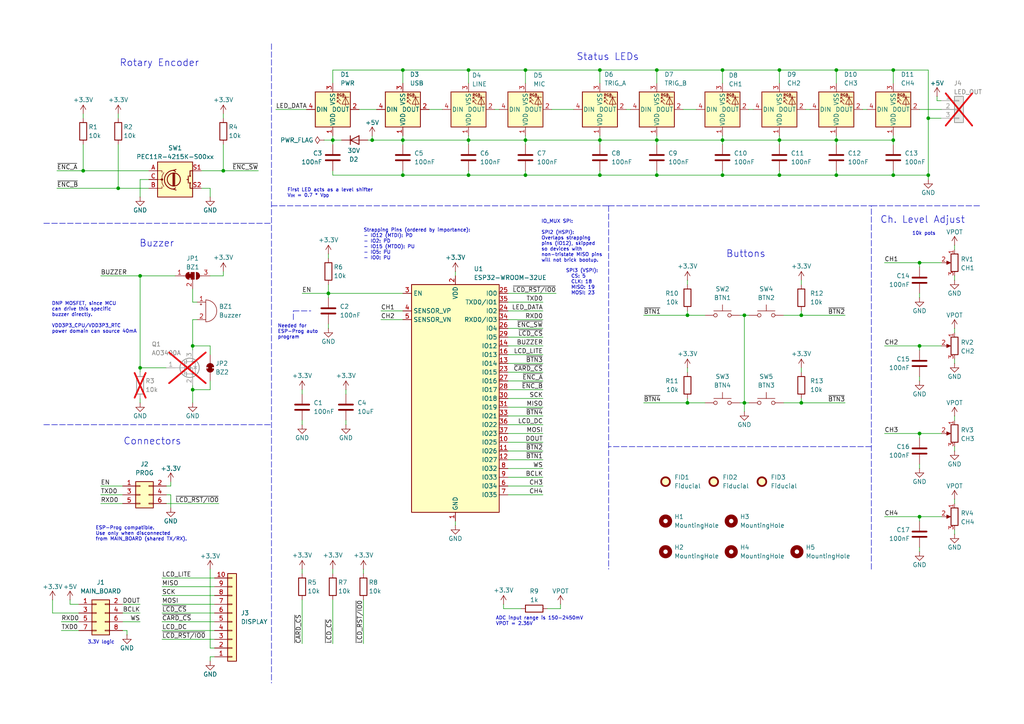
<source format=kicad_sch>
(kicad_sch (version 20231120) (generator "eeschema") (generator_version "8.0")
  (paper "A4")
  (title_block (title "SW32 - Front Control Board") (date "2024-05-30") (rev "1") (company "saawsm") (comment 1 "Buttons and encoder are firmware debounced.") (comment 2 "1x rotary encoder, 4x pots, 4x push buttons, 1x buzzer, 10x RGB LEDs") (comment 3 "Provides the following: ") (comment 4 "Front panel control board designed for the SW32."))
  (junction (at 95.25 85.09))
  (junction (at 266.7 149.86))
  (junction (at 269.24 34.29))
  (junction (at 173.99 40.64))
  (junction (at 209.55 40.64))
  (junction (at 266.7 76.2))
  (junction (at 190.5 50.8))
  (junction (at 135.89 20.32))
  (junction (at 232.41 116.84))
  (junction (at 24.13 49.53))
  (junction (at 209.55 20.32))
  (junction (at 190.5 40.64))
  (junction (at 55.88 100.33))
  (junction (at 226.06 20.32))
  (junction (at 135.89 40.64))
  (junction (at 34.29 54.61))
  (junction (at 40.64 80.01))
  (junction (at 242.57 20.32))
  (junction (at 135.89 50.8))
  (junction (at 199.39 91.44))
  (junction (at 259.08 50.8))
  (junction (at 116.84 40.64))
  (junction (at 269.24 50.8))
  (junction (at 259.08 40.64))
  (junction (at 173.99 50.8))
  (junction (at 173.99 20.32))
  (junction (at 64.77 49.53))
  (junction (at 226.06 40.64))
  (junction (at 190.5 20.32))
  (junction (at 116.84 50.8))
  (junction (at 266.7 125.73))
  (junction (at 152.4 50.8))
  (junction (at 152.4 40.64))
  (junction (at 40.64 106.68))
  (junction (at 215.9 91.44))
  (junction (at 259.08 20.32))
  (junction (at 232.41 91.44))
  (junction (at 107.95 40.64))
  (junction (at 55.88 113.03))
  (junction (at 152.4 20.32))
  (junction (at 226.06 50.8))
  (junction (at 215.9 116.84))
  (junction (at 116.84 20.32))
  (junction (at 242.57 50.8))
  (junction (at 199.39 116.84))
  (junction (at 209.55 50.8))
  (junction (at 266.7 100.33))
  (junction (at 242.57 40.64))
  (junction (at 96.52 40.64))
  (wire (pts (xy 259.08 40.64) (xy 259.08 41.91)))
  (wire (pts (xy 36.83 182.88) (xy 35.56 182.88)))
  (wire (pts (xy 242.57 20.32) (xy 242.57 24.13)))
  (wire (pts (xy 190.5 40.64) (xy 190.5 41.91)))
  (wire (pts (xy 147.32 138.43) (xy 157.48 138.43)))
  (wire (pts (xy 215.9 91.44) (xy 217.17 91.44)))
  (wire (pts (xy 60.96 113.03) (xy 55.88 113.03)))
  (wire (pts (xy 259.08 39.37) (xy 259.08 40.64)))
  (wire (pts (xy 62.23 172.72) (xy 46.99 172.72)))
  (wire (pts (xy 49.53 139.7) (xy 49.53 140.97)))
  (wire (pts (xy 116.84 50.8) (xy 135.89 50.8)))
  (wire (pts (xy 40.64 106.68) (xy 40.64 107.95)))
  (wire (pts (xy 95.25 85.09) (xy 116.84 85.09)))
  (wire (pts (xy 227.33 91.44) (xy 232.41 91.44)))
  (wire (pts (xy 276.86 130.81) (xy 276.86 129.54)))
  (wire (pts (xy 266.7 109.22) (xy 266.7 110.49)))
  (wire (pts (xy 15.24 177.8) (xy 22.86 177.8)))
  (wire (pts (xy 43.18 49.53) (xy 24.13 49.53)))
  (wire (pts (xy 276.86 154.94) (xy 276.86 153.67)))
  (wire (pts (xy 173.99 40.64) (xy 173.99 39.37)))
  (wire (pts (xy 198.12 31.75) (xy 201.93 31.75)))
  (wire (pts (xy 190.5 49.53) (xy 190.5 50.8)))
  (wire (pts (xy 173.99 20.32) (xy 173.99 24.13)))
  (wire (pts (xy 266.7 125.73) (xy 256.54 125.73)))
  (wire (pts (xy 181.61 31.75) (xy 182.88 31.75)))
  (wire (pts (xy 242.57 220.98) (xy 254 220.98)))
  (wire (pts (xy 24.13 49.53) (xy 24.13 41.91)))
  (wire (pts (xy 199.39 81.28) (xy 199.39 82.55)))
  (wire (pts (xy 217.17 31.75) (xy 218.44 31.75)))
  (wire (pts (xy 96.52 20.32) (xy 96.52 24.13)))
  (polyline (pts (xy 252.73 165.1) (xy 252.73 59.69)) (stroke (width 0) (type dash)))
  (wire (pts (xy 96.52 40.64) (xy 99.06 40.64)))
  (wire (pts (xy 242.57 40.64) (xy 259.08 40.64)))
  (wire (pts (xy 36.83 184.15) (xy 36.83 182.88)))
  (polyline (pts (xy 78.74 12.7) (xy 78.74 198.12)) (stroke (width 0) (type dash)))
  (wire (pts (xy 147.32 115.57) (xy 157.48 115.57)))
  (wire (pts (xy 269.24 34.29) (xy 269.24 50.8)))
  (wire (pts (xy 173.99 49.53) (xy 173.99 50.8)))
  (wire (pts (xy 256.54 149.86) (xy 266.7 149.86)))
  (wire (pts (xy 147.32 120.65) (xy 157.48 120.65)))
  (wire (pts (xy 147.32 133.35) (xy 157.48 133.35)))
  (wire (pts (xy 135.89 20.32) (xy 152.4 20.32)))
  (wire (pts (xy 107.95 39.37) (xy 107.95 40.64)))
  (wire (pts (xy 266.7 158.75) (xy 266.7 160.02)))
  (wire (pts (xy 147.32 105.41) (xy 157.48 105.41)))
  (wire (pts (xy 132.08 151.13) (xy 132.08 152.4)))
  (wire (pts (xy 209.55 40.64) (xy 209.55 41.91)))
  (wire (pts (xy 242.57 40.64) (xy 242.57 39.37)))
  (wire (pts (xy 162.56 176.53) (xy 162.56 175.26)))
  (wire (pts (xy 215.9 116.84) (xy 214.63 116.84)))
  (wire (pts (xy 105.41 173.99) (xy 105.41 186.69)))
  (wire (pts (xy 62.23 175.26) (xy 46.99 175.26)))
  (wire (pts (xy 55.88 83.82) (xy 55.88 87.63)))
  (wire (pts (xy 62.23 190.5) (xy 60.96 190.5)))
  (wire (pts (xy 64.77 33.02) (xy 64.77 34.29)))
  (wire (pts (xy 124.46 31.75) (xy 128.27 31.75)))
  (wire (pts (xy 96.52 173.99) (xy 96.52 186.69)))
  (wire (pts (xy 232.41 116.84) (xy 232.41 115.57)))
  (wire (pts (xy 40.64 57.15) (xy 40.64 52.07)))
  (wire (pts (xy 276.86 144.78) (xy 276.86 146.05)))
  (wire (pts (xy 215.9 91.44) (xy 214.63 91.44)))
  (wire (pts (xy 226.06 40.64) (xy 226.06 41.91)))
  (wire (pts (xy 276.86 81.28) (xy 276.86 80.01)))
  (wire (pts (xy 276.86 71.12) (xy 276.86 72.39)))
  (wire (pts (xy 40.64 80.01) (xy 50.8 80.01)))
  (wire (pts (xy 24.13 33.02) (xy 24.13 34.29)))
  (wire (pts (xy 147.32 130.81) (xy 157.48 130.81)))
  (wire (pts (xy 135.89 50.8) (xy 135.89 49.53)))
  (wire (pts (xy 215.9 116.84) (xy 217.17 116.84)))
  (wire (pts (xy 266.7 149.86) (xy 273.05 149.86)))
  (wire (pts (xy 87.63 121.92) (xy 87.63 123.19)))
  (wire (pts (xy 147.32 97.79) (xy 157.48 97.79)))
  (wire (pts (xy 104.14 31.75) (xy 109.22 31.75)))
  (wire (pts (xy 146.05 176.53) (xy 151.13 176.53)))
  (wire (pts (xy 242.57 40.64) (xy 242.57 41.91)))
  (wire (pts (xy 227.33 116.84) (xy 232.41 116.84)))
  (wire (pts (xy 173.99 20.32) (xy 190.5 20.32)))
  (wire (pts (xy 217.17 220.98) (xy 228.6 220.98)))
  (wire (pts (xy 62.23 170.18) (xy 46.99 170.18)))
  (wire (pts (xy 186.69 116.84) (xy 199.39 116.84)))
  (wire (pts (xy 269.24 50.8) (xy 259.08 50.8)))
  (wire (pts (xy 232.41 116.84) (xy 245.11 116.84)))
  (polyline (pts (xy 252.73 59.69) (xy 284.48 59.69)) (stroke (width 0) (type dash)))
  (wire (pts (xy 276.86 105.41) (xy 276.86 104.14)))
  (wire (pts (xy 232.41 81.28) (xy 232.41 82.55)))
  (polyline (pts (xy 176.53 59.69) (xy 252.73 59.69)) (stroke (width 0) (type dash)))
  (wire (pts (xy 266.7 100.33) (xy 266.7 101.6)))
  (wire (pts (xy 147.32 123.19) (xy 157.48 123.19)))
  (wire (pts (xy 226.06 40.64) (xy 242.57 40.64)))
  (wire (pts (xy 259.08 49.53) (xy 259.08 50.8)))
  (wire (pts (xy 215.9 91.44) (xy 215.9 116.84)))
  (wire (pts (xy 157.48 100.33) (xy 147.32 100.33)))
  (wire (pts (xy 96.52 165.1) (xy 96.52 166.37)))
  (wire (pts (xy 22.86 180.34) (xy 17.78 180.34)))
  (wire (pts (xy 209.55 50.8) (xy 226.06 50.8)))
  (wire (pts (xy 100.33 121.92) (xy 100.33 123.19)))
  (wire (pts (xy 87.63 173.99) (xy 87.63 186.69)))
  (wire (pts (xy 55.88 100.33) (xy 55.88 101.6)))
  (wire (pts (xy 48.26 143.51) (xy 49.53 143.51)))
  (wire (pts (xy 266.7 100.33) (xy 273.05 100.33)))
  (wire (pts (xy 58.42 49.53) (xy 64.77 49.53)))
  (wire (pts (xy 162.56 176.53) (xy 158.75 176.53)))
  (wire (pts (xy 16.51 49.53) (xy 24.13 49.53)))
  (wire (pts (xy 100.33 113.03) (xy 100.33 114.3)))
  (wire (pts (xy 62.23 185.42) (xy 46.99 185.42)))
  (wire (pts (xy 135.89 50.8) (xy 152.4 50.8)))
  (polyline (pts (xy 85.09 90.17) (xy 90.17 90.17)) (stroke (width 0) (type dash)))
  (wire (pts (xy 29.21 80.01) (xy 40.64 80.01)))
  (polyline (pts (xy 176.53 59.69) (xy 176.53 165.1)) (stroke (width 0) (type dash)))
  (wire (pts (xy 232.41 106.68) (xy 232.41 107.95)))
  (wire (pts (xy 110.49 92.71) (xy 116.84 92.71)))
  (wire (pts (xy 62.23 167.64) (xy 46.99 167.64)))
  (wire (pts (xy 209.55 20.32) (xy 226.06 20.32)))
  (wire (pts (xy 266.7 76.2) (xy 273.05 76.2)))
  (wire (pts (xy 195.58 219.71) (xy 195.58 220.98)))
  (wire (pts (xy 190.5 20.32) (xy 190.5 24.13)))
  (wire (pts (xy 271.78 29.21) (xy 273.05 29.21)))
  (wire (pts (xy 35.56 180.34) (xy 40.64 180.34)))
  (wire (pts (xy 269.24 34.29) (xy 273.05 34.29)))
  (wire (pts (xy 60.96 102.87) (xy 60.96 100.33)))
  (wire (pts (xy 29.21 140.97) (xy 35.56 140.97)))
  (wire (pts (xy 35.56 175.26) (xy 40.64 175.26)))
  (wire (pts (xy 190.5 50.8) (xy 173.99 50.8)))
  (wire (pts (xy 96.52 40.64) (xy 96.52 41.91)))
  (wire (pts (xy 96.52 50.8) (xy 116.84 50.8)))
  (wire (pts (xy 270.51 219.71) (xy 270.51 220.98)))
  (wire (pts (xy 62.23 177.8) (xy 46.99 177.8)))
  (wire (pts (xy 199.39 116.84) (xy 204.47 116.84)))
  (wire (pts (xy 116.84 50.8) (xy 116.84 49.53)))
  (wire (pts (xy 271.78 27.94) (xy 271.78 29.21)))
  (wire (pts (xy 132.08 78.74) (xy 132.08 80.01)))
  (wire (pts (xy 55.88 113.03) (xy 55.88 116.84)))
  (wire (pts (xy 152.4 50.8) (xy 173.99 50.8)))
  (wire (pts (xy 110.49 90.17) (xy 116.84 90.17)))
  (wire (pts (xy 34.29 33.02) (xy 34.29 34.29)))
  (wire (pts (xy 116.84 40.64) (xy 135.89 40.64)))
  (wire (pts (xy 256.54 100.33) (xy 266.7 100.33)))
  (wire (pts (xy 40.64 106.68) (xy 48.26 106.68)))
  (wire (pts (xy 49.53 143.51) (xy 49.53 147.32)))
  (wire (pts (xy 55.88 87.63) (xy 57.15 87.63)))
  (wire (pts (xy 20.32 175.26) (xy 20.32 173.99)))
  (wire (pts (xy 147.32 110.49) (xy 157.48 110.49)))
  (wire (pts (xy 80.01 31.75) (xy 88.9 31.75)))
  (wire (pts (xy 95.25 86.36) (xy 95.25 85.09)))
  (polyline (pts (xy 85.09 92.71) (xy 85.09 90.17)) (stroke (width 0) (type dash)))
  (wire (pts (xy 276.86 95.25) (xy 276.86 96.52)))
  (wire (pts (xy 147.32 113.03) (xy 157.48 113.03)))
  (wire (pts (xy 152.4 20.32) (xy 152.4 24.13)))
  (wire (pts (xy 93.98 40.64) (xy 96.52 40.64)))
  (wire (pts (xy 62.23 182.88) (xy 46.99 182.88)))
  (wire (pts (xy 233.68 31.75) (xy 234.95 31.75)))
  (wire (pts (xy 266.7 76.2) (xy 266.7 77.47)))
  (wire (pts (xy 199.39 91.44) (xy 199.39 90.17)))
  (wire (pts (xy 147.32 92.71) (xy 157.48 92.71)))
  (wire (pts (xy 209.55 20.32) (xy 209.55 24.13)))
  (wire (pts (xy 232.41 91.44) (xy 232.41 90.17)))
  (wire (pts (xy 190.5 20.32) (xy 209.55 20.32)))
  (polyline (pts (xy 12.7 123.19) (xy 78.74 123.19)) (stroke (width 0) (type dash)))
  (wire (pts (xy 147.32 107.95) (xy 157.48 107.95)))
  (wire (pts (xy 209.55 40.64) (xy 226.06 40.64)))
  (wire (pts (xy 135.89 40.64) (xy 135.89 39.37)))
  (wire (pts (xy 173.99 40.64) (xy 190.5 40.64)))
  (wire (pts (xy 209.55 49.53) (xy 209.55 50.8)))
  (wire (pts (xy 96.52 50.8) (xy 96.52 49.53)))
  (wire (pts (xy 152.4 20.32) (xy 173.99 20.32)))
  (wire (pts (xy 259.08 20.32) (xy 259.08 24.13)))
  (wire (pts (xy 64.77 49.53) (xy 64.77 41.91)))
  (wire (pts (xy 143.51 31.75) (xy 144.78 31.75)))
  (wire (pts (xy 106.68 40.64) (xy 107.95 40.64)))
  (wire (pts (xy 62.23 187.96) (xy 60.96 187.96)))
  (wire (pts (xy 269.24 34.29) (xy 269.24 20.32)))
  (wire (pts (xy 48.26 146.05) (xy 63.5 146.05)))
  (wire (pts (xy 22.86 182.88) (xy 17.78 182.88)))
  (wire (pts (xy 147.32 87.63) (xy 157.48 87.63)))
  (wire (pts (xy 40.64 80.01) (xy 40.64 106.68)))
  (wire (pts (xy 20.32 175.26) (xy 22.86 175.26)))
  (wire (pts (xy 152.4 49.53) (xy 152.4 50.8)))
  (wire (pts (xy 173.99 40.64) (xy 173.99 41.91)))
  (wire (pts (xy 269.24 20.32) (xy 259.08 20.32)))
  (wire (pts (xy 157.48 90.17) (xy 147.32 90.17)))
  (wire (pts (xy 35.56 146.05) (xy 29.21 146.05)))
  (wire (pts (xy 55.88 92.71) (xy 55.88 100.33)))
  (wire (pts (xy 34.29 54.61) (xy 43.18 54.61)))
  (wire (pts (xy 135.89 40.64) (xy 152.4 40.64)))
  (wire (pts (xy 190.5 40.64) (xy 209.55 40.64)))
  (polyline (pts (xy 78.74 59.69) (xy 176.53 59.69)) (stroke (width 0) (type dash)))
  (wire (pts (xy 152.4 40.64) (xy 173.99 40.64)))
  (wire (pts (xy 199.39 116.84) (xy 199.39 115.57)))
  (wire (pts (xy 64.77 49.53) (xy 74.93 49.53)))
  (wire (pts (xy 147.32 128.27) (xy 157.48 128.27)))
  (wire (pts (xy 152.4 40.64) (xy 152.4 41.91)))
  (wire (pts (xy 60.96 190.5) (xy 60.96 191.77)))
  (wire (pts (xy 147.32 125.73) (xy 157.48 125.73)))
  (wire (pts (xy 199.39 106.68) (xy 199.39 107.95)))
  (wire (pts (xy 242.57 49.53) (xy 242.57 50.8)))
  (wire (pts (xy 16.51 54.61) (xy 34.29 54.61)))
  (wire (pts (xy 105.41 165.1) (xy 105.41 166.37)))
  (wire (pts (xy 269.24 50.8) (xy 269.24 52.07)))
  (wire (pts (xy 186.69 91.44) (xy 199.39 91.44)))
  (wire (pts (xy 35.56 143.51) (xy 29.21 143.51)))
  (wire (pts (xy 259.08 50.8) (xy 242.57 50.8)))
  (polyline (pts (xy 252.73 129.54) (xy 176.53 129.54)) (stroke (width 0) (type dash)))
  (wire (pts (xy 55.88 111.76) (xy 55.88 113.03)))
  (wire (pts (xy 34.29 41.91) (xy 34.29 54.61)))
  (wire (pts (xy 15.24 173.99) (xy 15.24 177.8)))
  (wire (pts (xy 116.84 20.32) (xy 135.89 20.32)))
  (wire (pts (xy 266.7 134.62) (xy 266.7 135.89)))
  (wire (pts (xy 226.06 20.32) (xy 226.06 24.13)))
  (wire (pts (xy 96.52 40.64) (xy 96.52 39.37)))
  (wire (pts (xy 147.32 85.09) (xy 161.29 85.09)))
  (wire (pts (xy 276.86 120.65) (xy 276.86 121.92)))
  (wire (pts (xy 256.54 76.2) (xy 266.7 76.2)))
  (wire (pts (xy 95.25 82.55) (xy 95.25 85.09)))
  (wire (pts (xy 87.63 113.03) (xy 87.63 114.3)))
  (wire (pts (xy 160.02 31.75) (xy 166.37 31.75)))
  (wire (pts (xy 228.6 220.98) (xy 228.6 219.71)))
  (wire (pts (xy 62.23 180.34) (xy 46.99 180.34)))
  (wire (pts (xy 60.96 57.15) (xy 60.96 54.61)))
  (wire (pts (xy 55.88 92.71) (xy 57.15 92.71)))
  (wire (pts (xy 95.25 93.98) (xy 95.25 95.25)))
  (wire (pts (xy 87.63 85.09) (xy 95.25 85.09)))
  (wire (pts (xy 232.41 91.44) (xy 245.11 91.44)))
  (wire (pts (xy 147.32 135.89) (xy 157.48 135.89)))
  (wire (pts (xy 242.57 20.32) (xy 259.08 20.32)))
  (wire (pts (xy 266.7 149.86) (xy 266.7 151.13)))
  (wire (pts (xy 135.89 20.32) (xy 135.89 24.13)))
  (wire (pts (xy 107.95 40.64) (xy 116.84 40.64)))
  (wire (pts (xy 190.5 50.8) (xy 209.55 50.8)))
  (wire (pts (xy 242.57 219.71) (xy 242.57 220.98)))
  (wire (pts (xy 147.32 95.25) (xy 157.48 95.25)))
  (wire (pts (xy 147.32 140.97) (xy 157.48 140.97)))
  (wire (pts (xy 226.06 40.64) (xy 226.06 39.37)))
  (wire (pts (xy 217.17 219.71) (xy 217.17 220.98)))
  (wire (pts (xy 146.05 175.26) (xy 146.05 176.53)))
  (wire (pts (xy 64.77 80.01) (xy 64.77 78.74)))
  (wire (pts (xy 251.46 31.75) (xy 250.19 31.75)))
  (wire (pts (xy 40.64 52.07) (xy 43.18 52.07)))
  (wire (pts (xy 226.06 20.32) (xy 242.57 20.32)))
  (wire (pts (xy 226.06 50.8) (xy 242.57 50.8)))
  (wire (pts (xy 199.39 91.44) (xy 204.47 91.44)))
  (wire (pts (xy 95.25 73.66) (xy 95.25 74.93)))
  (wire (pts (xy 207.01 220.98) (xy 207.01 219.71)))
  (wire (pts (xy 96.52 20.32) (xy 116.84 20.32)))
  (polyline (pts (xy 12.7 64.77) (xy 78.74 64.77)) (stroke (width 0) (type dash)))
  (wire (pts (xy 266.7 85.09) (xy 266.7 86.36)))
  (wire (pts (xy 215.9 116.84) (xy 215.9 119.38)))
  (wire (pts (xy 226.06 50.8) (xy 226.06 49.53)))
  (wire (pts (xy 266.7 31.75) (xy 273.05 31.75)))
  (wire (pts (xy 49.53 140.97) (xy 48.26 140.97)))
  (wire (pts (xy 60.96 110.49) (xy 60.96 113.03)))
  (wire (pts (xy 147.32 102.87) (xy 157.48 102.87)))
  (wire (pts (xy 190.5 40.64) (xy 190.5 39.37)))
  (wire (pts (xy 60.96 54.61) (xy 58.42 54.61)))
  (wire (pts (xy 152.4 40.64) (xy 152.4 39.37)))
  (wire (pts (xy 254 220.98) (xy 254 219.71)))
  (wire (pts (xy 147.32 143.51) (xy 157.48 143.51)))
  (wire (pts (xy 60.96 100.33) (xy 55.88 100.33)))
  (wire (pts (xy 116.84 20.32) (xy 116.84 24.13)))
  (wire (pts (xy 195.58 220.98) (xy 207.01 220.98)))
  (wire (pts (xy 266.7 125.73) (xy 273.05 125.73)))
  (wire (pts (xy 60.96 187.96) (xy 60.96 165.1)))
  (wire (pts (xy 209.55 40.64) (xy 209.55 39.37)))
  (wire (pts (xy 147.32 118.11) (xy 157.48 118.11)))
  (wire (pts (xy 116.84 40.64) (xy 116.84 41.91)))
  (wire (pts (xy 64.77 80.01) (xy 60.96 80.01)))
  (wire (pts (xy 40.64 116.84) (xy 40.64 115.57)))
  (wire (pts (xy 116.84 40.64) (xy 116.84 39.37)))
  (wire (pts (xy 87.63 165.1) (xy 87.63 166.37)))
  (wire (pts (xy 35.56 177.8) (xy 40.64 177.8)))
  (wire (pts (xy 135.89 40.64) (xy 135.89 41.91)))
  (wire (pts (xy 266.7 125.73) (xy 266.7 127)))
  (text "Status LEDs" (at 176.276 17.78 0) (effects (font (size 2 2)) (justify bottom)))
  (text "ADC input range is 150-2450mV\nVPOT = 2.36V" (at 143.764 178.816 0) (effects (font (size 1 1)) (justify left top)))
  (text "First LED acts as a level shifter\nV_{IH} = 0.7 * V_{DD}" (at 83.312 57.404 0) (effects (font (size 1 1)) (justify left bottom)))
  (text "Rotary Encoder" (at 46.228 19.558 0) (effects (font (size 2 2)) (justify bottom)))
  (text "IO_MUX SPI:\n\nSPI2 (HSPI):\nOverlaps strapping \npins (IO12), skipped\nso devices with \nnon-tristate MISO pins\nwill not brick bootup." (at 156.972 63.754 0) (effects (font (size 1 1)) (justify left top)))
  (text "\nSPI3 (VSPI):\n  CS: 5\n  CLK: 18\n  MISO: 19\n  MOSI: 23" (at 164.084 76.454 0) (effects (font (size 1 1)) (justify left top)))
  (text "Buttons" (at 210.566 74.93 0) (effects (font (size 2 2)) (justify left bottom)))
  (text "3.3V logic" (at 25.4 186.944 0) (effects (font (size 1 1)) (justify left bottom)))
  (text "ESP-Prog compatible.\nUse only when disconnected\nfrom MAIN_BOARD (shared TX/RX)." (at 27.686 152.654 0) (effects (font (size 1 1)) (justify left top)))
  (text "Strapping Pins (ordered by importance):\n- IO12 (MTDI): PD\n- IO2: PD\n- IO15 (MTDO): PU\n- IO5: PU\n- IO0: PU" (at 105.41 66.294 0) (effects (font (size 1 1)) (justify left top)))
  (text "Connectors" (at 44.196 129.286 0) (effects (font (size 2 2)) (justify bottom)))
  (text "10k pots" (at 267.97 67.818 0) (effects (font (size 1 1))))
  (text "Needed for \nESP-Prog auto \nprogram" (at 80.518 96.266 0) (effects (font (size 1 1)) (justify left)))
  (text "Buzzer" (at 40.386 71.882 0) (effects (font (size 2 2)) (justify left bottom)))
  (text "DNP MOSFET, since MCU \ncan drive this specific\nbuzzer directly.\n\nVDD3P3_CPU/VDD3P3_RTC\npower domain can source 40mA" (at 14.986 92.202 0) (effects (font (size 1 1)) (justify left)))
  (text "Ch. Level Adjust" (at 255.27 65.024 0) (effects (font (size 2 2)) (justify left bottom)))
  (label "~{ENC_B}" (at 16.51 54.61 0))
  (label "CH3" (at 256.54 125.73 0))
  (label "SCK" (at 46.99 172.72 0))
  (label "DOUT" (at 40.64 175.26 180))
  (label "BCLK" (at 40.64 177.8 180))
  (label "MISO" (at 46.99 170.18 0))
  (label "MOSI" (at 157.48 125.73 180))
  (label "RXD0" (at 17.78 180.34 0))
  (label "~{BTN1}" (at 157.48 133.35 180))
  (label "LCD_LITE" (at 157.48 102.87 180))
  (label "TXD0" (at 157.48 87.63 180))
  (label "LED_DATA" (at 80.01 31.75 0))
  (label "~{CARD_CS}" (at 46.99 180.34 0))
  (label "MOSI" (at 46.99 175.26 0))
  (label "CH4" (at 157.48 143.51 180))
  (label "~{ENC_B}" (at 157.48 113.03 180))
  (label "~{LCD_RST{slash}IO0}" (at 63.5 146.05 180))
  (label "~{CARD_CS}" (at 157.48 107.95 180))
  (label "LCD_LITE" (at 46.99 167.64 0))
  (label "BUZZER" (at 157.48 100.33 180))
  (label "~{LCD_RST{slash}IO0}" (at 105.41 186.69 90))
  (label "~{ENC_SW}" (at 74.93 49.53 180))
  (label "~{LCD_RST{slash}IO0}" (at 161.29 85.09 180))
  (label "CH3" (at 157.48 140.97 180))
  (label "~{BTN4}" (at 157.48 120.65 180))
  (label "CH2" (at 256.54 100.33 0))
  (label "~{LCD_CS}" (at 46.99 177.8 0))
  (label "CH2" (at 110.49 92.71 0))
  (label "~{BTN3}" (at 245.11 116.84 180))
  (label "MISO" (at 157.48 118.11 180))
  (label "TXD0" (at 29.21 143.51 0))
  (label "RXD0" (at 157.48 92.71 180))
  (label "EN" (at 87.63 85.09 0))
  (label "CH1" (at 256.54 76.2 0))
  (label "~{BTN4}" (at 186.69 116.84 0))
  (label "CH1" (at 110.49 90.17 0))
  (label "~{BTN3}" (at 157.48 105.41 180))
  (label "~{CARD_CS}" (at 87.63 186.69 90))
  (label "SCK" (at 157.48 115.57 180))
  (label "~{BTN2}" (at 157.48 130.81 180))
  (label "EN" (at 29.21 140.97 0))
  (label "BUZZER" (at 29.21 80.01 0))
  (label "LED_DATA" (at 157.48 90.17 180))
  (label "~{ENC_SW}" (at 157.48 95.25 180))
  (label "DOUT" (at 157.48 128.27 180))
  (label "TXD0" (at 17.78 182.88 0))
  (label "~{BTN2}" (at 245.11 91.44 180))
  (label "~{ENC_A}" (at 157.48 110.49 180))
  (label "LCD_DC" (at 157.48 123.19 180))
  (label "CH4" (at 256.54 149.86 0))
  (label "LCD_DC" (at 46.99 182.88 0))
  (label "BCLK" (at 157.48 138.43 180))
  (label "~{ENC_A}" (at 16.51 49.53 0))
  (label "~{LCD_CS}" (at 96.52 186.69 90))
  (label "WS" (at 157.48 135.89 180))
  (label "~{LCD_RST{slash}IO0}" (at 46.99 185.42 0))
  (label "~{LCD_CS}" (at 157.48 97.79 180))
  (label "RXD0" (at 29.21 146.05 0))
  (label "WS" (at 40.64 180.34 180))
  (label "~{BTN1}" (at 186.69 91.44 0))
  (symbol (lib_id "Device:R") (at 105.41 170.18 0) (mirror y) (unit 1)
    (property "Reference" "R8" (at 106.934 168.91 0) (effects (justify right)))
    (property "Value" "10k" (at 106.934 171.45 0) (effects (justify right)))
    (property "Footprint" "Resistor_SMD:R_0603_1608Metric" (effects (hide yes)))
    (property "Datasheet" "https://www.lcsc.com/datasheet/lcsc_datasheet_2206010045_UNI-ROYAL-Uniroyal-Elec-0603WAF1002T5E_C25804.pdf" (effects (hide yes)))
    (property "Description" "Resistor" (effects (hide yes)))
    (property "LCSC" "C25804" (effects (hide yes)))
    (property "Service" "PCBA" (effects (hide yes)))
  )
  (symbol (lib_id "Device:R") (at 96.52 170.18 0) (mirror y) (unit 1)
    (property "Reference" "R7" (at 98.044 168.91 0) (effects (justify right)))
    (property "Value" "10k" (at 98.044 171.45 0) (effects (justify right)))
    (property "Footprint" "Resistor_SMD:R_0603_1608Metric" (effects (hide yes)))
    (property "Datasheet" "https://www.lcsc.com/datasheet/lcsc_datasheet_2206010045_UNI-ROYAL-Uniroyal-Elec-0603WAF1002T5E_C25804.pdf" (effects (hide yes)))
    (property "Description" "Resistor" (effects (hide yes)))
    (property "LCSC" "C25804" (effects (hide yes)))
    (property "Service" "PCBA" (effects (hide yes)))
  )
  (symbol (lib_id "power:+3.3V") (at 87.63 165.1 0) (unit 1)
    (property "Reference" "#PWR018" (effects (hide yes)))
    (property "Value" "+3.3V" (at 87.63 161.036 0))
    (property "Description" "Power symbol creates a global label with name \"+3.3V\"" (effects (hide yes)))
  )
  (symbol (lib_id "Connector_Generic:Conn_01x10") (at 67.31 180.34 0) (mirror x) (unit 1)
    (property "Reference" "J3" (at 69.85 177.7999 0) (effects (justify left)))
    (property "Value" "DISPLAY" (at 69.85 180.3399 0) (effects (justify left)))
    (property "Footprint" "Connector_PinHeader_2.54mm:PinHeader_1x10_P2.54mm_Vertical" (effects (hide yes)))
    (property "Datasheet" "https://www.lcsc.com/datasheet/lcsc_datasheet_2003191006_XFCN-PZ254V-11-10P_C492409.pdf" (effects (hide yes)))
    (property "Description" "Generic connector, single row, 01x10, script generated (kicad-library-utils/schlib/autogen/connector/)" (effects (hide yes)))
    (property "LCSC" "C492409" (effects (hide yes)))
    (property "Service" "HandAssembly" (effects (hide yes)))
  )
  (symbol (lib_id "power:GND") (at 276.86 105.41 0) (unit 1)
    (property "Reference" "#PWR048" (effects (hide yes)))
    (property "Value" "GND" (at 276.86 109.22 0))
    (property "Description" "Power symbol creates a global label with name \"GND\" , ground" (effects (hide yes)))
  )
  (symbol (lib_id "power:+3.3V") (at 232.41 81.28 0) (unit 1)
    (property "Reference" "#PWR035" (effects (hide yes)))
    (property "Value" "+3.3V" (at 232.41 77.216 0))
    (property "Description" "Power symbol creates a global label with name \"+3.3V\"" (effects (hide yes)))
  )
  (symbol (lib_id "Device:C") (at 266.7 130.81 0) (unit 1)
    (property "Reference" "C16" (at 263.906 129.54 0) (effects (justify right)))
    (property "Value" "100nF" (at 263.906 132.08 0) (effects (justify right)))
    (property "Footprint" "Capacitor_SMD:C_0603_1608Metric" (effects (hide yes)))
    (property "Datasheet" "https://www.lcsc.com/datasheet/lcsc_datasheet_2211101700_YAGEO-CC0603KRX7R9BB104_C14663.pdf" (effects (hide yes)))
    (property "Description" "Unpolarized capacitor" (effects (hide yes)))
    (property "LCSC" "C14663" (effects (hide yes)))
    (property "Service" "PCBA" (effects (hide yes)))
  )
  (symbol (lib_id "Device:C") (at 242.57 45.72 0) (unit 1)
    (property "Reference" "C12" (at 245.872 44.45 0) (effects (justify left)))
    (property "Value" "100nF" (at 245.872 46.99 0) (effects (justify left)))
    (property "Footprint" "Capacitor_SMD:C_0603_1608Metric" (effects (hide yes)))
    (property "Datasheet" "https://www.lcsc.com/datasheet/lcsc_datasheet_2211101700_YAGEO-CC0603KRX7R9BB104_C14663.pdf" (effects (hide yes)))
    (property "Description" "Unpolarized capacitor" (effects (hide yes)))
    (property "LCSC" "C14663" (effects (hide yes)))
    (property "Service" "PCBA" (effects (hide yes)))
  )
  (symbol (lib_id "Device:C") (at 266.7 154.94 0) (unit 1)
    (property "Reference" "C17" (at 263.906 153.67 0) (effects (justify right)))
    (property "Value" "100nF" (at 263.906 156.21 0) (effects (justify right)))
    (property "Footprint" "Capacitor_SMD:C_0603_1608Metric" (effects (hide yes)))
    (property "Datasheet" "https://www.lcsc.com/datasheet/lcsc_datasheet_2211101700_YAGEO-CC0603KRX7R9BB104_C14663.pdf" (effects (hide yes)))
    (property "Description" "Unpolarized capacitor" (effects (hide yes)))
    (property "LCSC" "C14663" (effects (hide yes)))
    (property "Service" "PCBA" (effects (hide yes)))
  )
  (symbol (lib_id "LED:WS2812B") (at 190.5 31.75 0) (mirror x) (unit 1)
    (property "Reference" "D7" (at 192.6941 21.59 0) (effects (justify left)))
    (property "Value" "TRIG_B" (at 192.6941 24.13 0) (effects (justify left)))
    (property "Footprint" "LED_SMD:LED_WS2812B_PLCC4_5.0x5.0mm_P3.2mm" (effects (hide yes)))
    (property "Datasheet" "https://www.lcsc.com/datasheet/lcsc_datasheet_2404120946_XINGLIGHT-XL-5050RGBC-WS2812B_C2843785.pdf" (effects (hide yes)))
    (property "Description" "RGB LED with integrated controller" (effects (hide yes)))
    (property "LCSC" "C2843785" (effects (hide yes)))
    (property "Service" "PCBA" (effects (hide yes)))
  )
  (symbol (lib_id "Device:R") (at 64.77 38.1 0) (unit 1)
    (property "Reference" "R4" (at 66.294 36.83 0) (effects (justify left)))
    (property "Value" "10k" (at 66.294 39.37 0) (effects (justify left)))
    (property "Footprint" "Resistor_SMD:R_0603_1608Metric" (effects (hide yes)))
    (property "Datasheet" "https://www.lcsc.com/datasheet/lcsc_datasheet_2206010045_UNI-ROYAL-Uniroyal-Elec-0603WAF1002T5E_C25804.pdf" (effects (hide yes)))
    (property "Description" "Resistor" (effects (hide yes)))
    (property "LCSC" "C25804" (effects (hide yes)))
    (property "Service" "PCBA" (effects (hide yes)))
  )
  (symbol (lib_id "Connector_Generic:Conn_02x04_Odd_Even") (at 27.94 177.8 0) (unit 1)
    (property "Reference" "J1" (at 29.21 168.91 0))
    (property "Value" "MAIN_BOARD" (at 29.21 171.45 0))
    (property "Footprint" "Connector_IDC:IDC-Header_2x04_P2.54mm_Vertical" (effects (hide yes)))
    (property "Datasheet" "https://www.lcsc.com/datasheet/lcsc_datasheet_2303141000_HCTL-HC-JN254-2-04-Z_C5372864.pdf" (effects (hide yes)))
    (property "Description" "Generic connector, double row, 02x04, odd/even pin numbering scheme (row 1 odd numbers, row 2 even numbers), script generated (kicad-library-utils/schlib/autogen/connector/)" (effects (hide yes)))
    (property "LCSC" "C5372864" (effects (hide yes)))
    (property "Service" "HandAssembly" (effects (hide yes)))
  )
  (symbol (lib_id "Device:C") (at 266.7 105.41 0) (unit 1)
    (property "Reference" "C15" (at 263.906 104.14 0) (effects (justify right)))
    (property "Value" "100nF" (at 263.906 106.68 0) (effects (justify right)))
    (property "Footprint" "Capacitor_SMD:C_0603_1608Metric" (effects (hide yes)))
    (property "Datasheet" "https://www.lcsc.com/datasheet/lcsc_datasheet_2211101700_YAGEO-CC0603KRX7R9BB104_C14663.pdf" (effects (hide yes)))
    (property "Description" "Unpolarized capacitor" (effects (hide yes)))
    (property "LCSC" "C14663" (effects (hide yes)))
    (property "Service" "PCBA" (effects (hide yes)))
  )
  (symbol (lib_id "power:+3.3V") (at 199.39 106.68 0) (mirror y) (unit 1)
    (property "Reference" "#PWR032" (effects (hide yes)))
    (property "Value" "+3.3V" (at 199.39 102.616 0))
    (property "Description" "Power symbol creates a global label with name \"+3.3V\"" (effects (hide yes)))
  )
  (symbol (lib_id "Device:C") (at 100.33 118.11 0) (unit 1)
    (property "Reference" "C4" (at 103.632 116.84 0) (effects (justify left)))
    (property "Value" "10uF" (at 103.632 119.38 0) (effects (justify left)))
    (property "Footprint" "Capacitor_SMD:C_0603_1608Metric" (effects (hide yes)))
    (property "Datasheet" "https://www.lcsc.com/datasheet/lcsc_datasheet_2304140030_Samsung-Electro-Mechanics-CL10A106MA8NRNC_C96446.pdf" (effects (hide yes)))
    (property "Description" "Unpolarized capacitor" (effects (hide yes)))
    (property "LCSC" "C96446" (effects (hide yes)))
    (property "Service" "PCBA" (effects (hide yes)))
  )
  (symbol (lib_id "power:GND") (at 269.24 52.07 0) (unit 1)
    (property "Reference" "#PWR042" (effects (hide yes)))
    (property "Value" "GND" (at 269.24 55.88 0))
    (property "Description" "Power symbol creates a global label with name \"GND\" , ground" (effects (hide yes)))
  )
  (symbol (lib_id "power:GND") (at 49.53 147.32 0) (mirror y) (unit 1)
    (property "Reference" "#PWR09" (effects (hide yes)))
    (property "Value" "GND" (at 49.53 151.13 0))
    (property "Description" "Power symbol creates a global label with name \"GND\" , ground" (effects (hide yes)))
  )
  (symbol (lib_id "Device:R_Potentiometer") (at 276.86 149.86 0) (mirror y) (unit 1)
    (property "Reference" "RV4" (at 278.638 148.844 0) (effects (justify right)))
    (property "Value" "CH4" (at 278.638 151.384 0) (effects (justify right)))
    (property "Footprint" "Potentiometer_THT:Potentiometer_Bourns_PTV09A-1_Single_Vertical" (effects (hide yes)))
    (property "Datasheet" "https://www.lcsc.com/datasheet/lcsc_datasheet_2404181051_BOURNS-PTV09A-4020S-B103_C6149573.pdf" (effects (hide yes)))
    (property "Description" "Potentiometer" (effects (hide yes)))
    (property "LCSC" "C6149573" (effects (hide yes)))
    (property "Service" "HandAssembly" (effects (hide yes)))
  )
  (symbol (lib_id "power:PWR_FLAG") (at 207.01 219.71 0) (unit 1) (in_bom no)
    (property "Reference" "#FLG02" (effects (hide yes)))
    (property "Value" "PWR_FLAG" (at 207.01 215.9 0))
    (property "Description" "Special symbol for telling ERC where power comes from" (effects (hide yes)))
  )
  (symbol (lib_id "power:+3.3V") (at 199.39 81.28 0) (mirror y) (unit 1)
    (property "Reference" "#PWR031" (effects (hide yes)))
    (property "Value" "+3.3V" (at 199.39 77.216 0))
    (property "Description" "Power symbol creates a global label with name \"+3.3V\"" (effects (hide yes)))
  )
  (symbol (lib_id "Mechanical:Fiducial") (at 193.04 139.7 0) (unit 1) (exclude_from_sim yes) (in_bom no)
    (property "Reference" "FID1" (at 195.58 138.4299 0) (effects (justify left)))
    (property "Value" "Fiducial" (at 195.58 140.9699 0) (effects (justify left)))
    (property "Footprint" "Fiducial:Fiducial_1mm_Mask2mm" (effects (hide yes)))
    (property "Description" "Fiducial Marker" (effects (hide yes)))
    (property "Service" "PCBA;HandAssembly" (effects (hide yes)))
  )
  (symbol (lib_id "LED:WS2812B") (at 116.84 31.75 0) (mirror x) (unit 1)
    (property "Reference" "D3" (at 118.872 21.59 0) (effects (justify left)))
    (property "Value" "USB" (at 118.872 24.13 0) (effects (justify left)))
    (property "Footprint" "LED_SMD:LED_WS2812B_PLCC4_5.0x5.0mm_P3.2mm" (effects (hide yes)))
    (property "Datasheet" "https://www.lcsc.com/datasheet/lcsc_datasheet_2404120946_XINGLIGHT-XL-5050RGBC-WS2812B_C2843785.pdf" (effects (hide yes)))
    (property "Description" "RGB LED with integrated controller" (effects (hide yes)))
    (property "LCSC" "C2843785" (effects (hide yes)))
    (property "Service" "PCBA" (effects (hide yes)))
  )
  (symbol (lib_id "power:+5V") (at 107.95 39.37 0) (unit 1)
    (property "Reference" "#PWR025" (effects (hide yes)))
    (property "Value" "+5V" (at 107.95 35.56 0))
    (property "Description" "Power symbol creates a global label with name \"+5V\"" (effects (hide yes)))
  )
  (symbol (lib_id "power:+3.3V") (at 232.41 106.68 0) (unit 1)
    (property "Reference" "#PWR036" (effects (hide yes)))
    (property "Value" "+3.3V" (at 232.41 102.616 0))
    (property "Description" "Power symbol creates a global label with name \"+3.3V\"" (effects (hide yes)))
  )
  (symbol (lib_id "power:PWR_FLAG") (at 254 219.71 0) (unit 1) (in_bom no)
    (property "Reference" "#FLG04" (effects (hide yes)))
    (property "Value" "PWR_FLAG" (at 254 215.9 0))
    (property "Description" "Special symbol for telling ERC where power comes from" (effects (hide yes)))
  )
  (symbol (lib_id "LED:WS2812B") (at 242.57 31.75 0) (mirror x) (unit 1)
    (property "Reference" "D10" (at 244.7641 21.59 0) (effects (justify left)))
    (property "Value" "CH3" (at 244.7641 24.13 0) (effects (justify left)))
    (property "Footprint" "LED_SMD:LED_WS2812B_PLCC4_5.0x5.0mm_P3.2mm" (effects (hide yes)))
    (property "Datasheet" "https://www.lcsc.com/datasheet/lcsc_datasheet_2404120946_XINGLIGHT-XL-5050RGBC-WS2812B_C2843785.pdf" (effects (hide yes)))
    (property "Description" "RGB LED with integrated controller" (effects (hide yes)))
    (property "LCSC" "C2843785" (effects (hide yes)))
    (property "Service" "PCBA" (effects (hide yes)))
  )
  (symbol (lib_id "power:+3.3V") (at 95.25 73.66 0) (unit 1)
    (property "Reference" "#PWR019" (effects (hide yes)))
    (property "Value" "+3.3V" (at 95.25 69.596 0))
    (property "Description" "Power symbol creates a global label with name \"+3.3V\"" (effects (hide yes)))
  )
  (symbol (lib_id "power:+3.3V") (at 64.77 33.02 0) (unit 1)
    (property "Reference" "#PWR014" (effects (hide yes)))
    (property "Value" "+3.3V" (at 64.77 28.956 0))
    (property "Description" "Power symbol creates a global label with name \"+3.3V\"" (effects (hide yes)))
  )
  (symbol (lib_id "power:+5V") (at 271.78 27.94 0) (mirror y) (unit 1)
    (property "Reference" "#PWR044" (effects (hide yes)))
    (property "Value" "+5V" (at 271.78 24.13 0))
    (property "Description" "Power symbol creates a global label with name \"+5V\"" (effects (hide yes)))
  )
  (symbol (lib_id "power:GND") (at 266.7 135.89 0) (unit 1)
    (property "Reference" "#PWR040" (effects (hide yes)))
    (property "Value" "GND" (at 266.7 139.7 0))
    (property "Description" "Power symbol creates a global label with name \"GND\" , ground" (effects (hide yes)))
  )
  (symbol (lib_id "Connector_Generic:Conn_02x03_Odd_Even") (at 40.64 143.51 0) (unit 1)
    (property "Reference" "J2" (at 41.91 134.62 0))
    (property "Value" "PROG" (at 41.91 137.16 0))
    (property "Footprint" "Connector_IDC:IDC-Header_2x03_P2.54mm_Vertical" (effects (hide yes)))
    (property "Datasheet" "https://www.lcsc.com/datasheet/lcsc_datasheet_2303141000_HCTL-HC-JN254-2-03-Z_C5372863.pdf" (effects (hide yes)))
    (property "Description" "Generic connector, double row, 02x03, odd/even pin numbering scheme (row 1 odd numbers, row 2 even numbers), script generated (kicad-library-utils/schlib/autogen/connector/)" (effects (hide yes)))
    (property "LCSC" "C5372863" (effects (hide yes)))
    (property "Service" "HandAssembly" (effects (hide yes)))
  )
  (symbol (lib_id "power:GND") (at 55.88 116.84 0) (unit 1)
    (property "Reference" "#PWR010" (effects (hide yes)))
    (property "Value" "GND" (at 55.88 120.65 0))
    (property "Description" "Power symbol creates a global label with name \"GND\" , ground" (effects (hide yes)))
  )
  (symbol (lib_id "LED:WS2812B") (at 96.52 31.75 0) (mirror x) (unit 1)
    (property "Reference" "D1" (at 98.7141 21.59 0) (effects (justify left)))
    (property "Value" "PWR" (at 98.7141 24.13 0) (effects (justify left)))
    (property "Footprint" "LED_SMD:LED_WS2812B_PLCC4_5.0x5.0mm_P3.2mm" (effects (hide yes)))
    (property "Datasheet" "https://www.lcsc.com/datasheet/lcsc_datasheet_2404120946_XINGLIGHT-XL-5050RGBC-WS2812B_C2843785.pdf" (effects (hide yes)))
    (property "Description" "RGB LED with integrated controller" (effects (hide yes)))
    (property "LCSC" "C2843785" (effects (hide yes)))
    (property "Service" "PCBA" (effects (hide yes)))
  )
  (symbol (lib_id "Mechanical:MountingHole") (at 193.04 160.02 0) (unit 1) (exclude_from_sim yes) (in_bom no)
    (property "Reference" "H2" (at 195.58 158.7499 0) (effects (justify left)))
    (property "Value" "MountingHole" (at 195.58 161.2899 0) (effects (justify left)))
    (property "Footprint" "MountingHole:MountingHole_2.2mm_M2" (effects (hide yes)))
    (property "Description" "Mounting Hole without connection" (effects (hide yes)))
    (property "Service" "PCBA;HandAssembly" (effects (hide yes)))
  )
  (symbol (lib_id "power:+3.3V") (at 242.57 219.71 0) (unit 1)
    (property "Reference" "#PWR037" (effects (hide yes)))
    (property "Value" "VPOT" (at 242.57 215.9 0))
    (property "Description" "Power symbol creates a global label with name \"+3.3V\"" (effects (hide yes)))
  )
  (symbol (lib_id "Device:Q_NMOS_GSD") (at 53.34 106.68 0) (unit 1) (dnp yes)
    (property "Reference" "Q1" (at 43.942 99.822 0) (effects (justify left)))
    (property "Value" "AO3400A" (at 43.942 102.362 0) (effects (justify left)))
    (property "Footprint" "Package_TO_SOT_SMD:SOT-23" (effects (hide yes)))
    (property "Datasheet" "https://www.lcsc.com/datasheet/lcsc_datasheet_1811081213_Alpha---Omega-Semicon-AO3400A_C20917.pdf" (effects (hide yes)))
    (property "Description" "5.7A Id, 30V Vds, N-Channel MOSFET, 48 mOhm Ron, SOT-23" (effects (hide yes)))
    (property "LCSC" "C20917" (effects (hide yes)))
    (property "Service" "PCBA" (effects (hide yes)))
  )
  (symbol (lib_id "Device:R") (at 24.13 38.1 0) (unit 1)
    (property "Reference" "R1" (at 25.654 36.83 0) (effects (justify left)))
    (property "Value" "10k" (at 25.654 39.37 0) (effects (justify left)))
    (property "Footprint" "Resistor_SMD:R_0603_1608Metric" (effects (hide yes)))
    (property "Datasheet" "https://www.lcsc.com/datasheet/lcsc_datasheet_2206010045_UNI-ROYAL-Uniroyal-Elec-0603WAF1002T5E_C25804.pdf" (effects (hide yes)))
    (property "Description" "Resistor" (effects (hide yes)))
    (property "LCSC" "C25804" (effects (hide yes)))
    (property "Service" "PCBA" (effects (hide yes)))
  )
  (symbol (lib_id "Mechanical:MountingHole") (at 231.14 160.02 0) (unit 1) (exclude_from_sim yes) (in_bom no)
    (property "Reference" "H5" (at 233.68 158.7499 0) (effects (justify left)))
    (property "Value" "MountingHole" (at 233.68 161.2899 0) (effects (justify left)))
    (property "Footprint" "MountingHole:MountingHole_2.2mm_M2" (effects (hide yes)))
    (property "Description" "Mounting Hole without connection" (effects (hide yes)))
    (property "Service" "PCBA;HandAssembly" (effects (hide yes)))
  )
  (symbol (lib_id "Device:C") (at 96.52 45.72 0) (unit 1)
    (property "Reference" "C3" (at 93.472 44.45 0) (effects (justify right)))
    (property "Value" "100nF" (at 93.472 46.99 0) (effects (justify right)))
    (property "Footprint" "Capacitor_SMD:C_0603_1608Metric" (effects (hide yes)))
    (property "Datasheet" "https://www.lcsc.com/datasheet/lcsc_datasheet_2211101700_YAGEO-CC0603KRX7R9BB104_C14663.pdf" (effects (hide yes)))
    (property "Description" "Unpolarized capacitor" (effects (hide yes)))
    (property "LCSC" "C14663" (effects (hide yes)))
    (property "Service" "PCBA" (effects (hide yes)))
  )
  (symbol (lib_id "LED:WS2812B") (at 209.55 31.75 0) (mirror x) (unit 1)
    (property "Reference" "D8" (at 211.328 21.844 0) (effects (justify left)))
    (property "Value" "CH1" (at 211.328 24.384 0) (effects (justify left)))
    (property "Footprint" "LED_SMD:LED_WS2812B_PLCC4_5.0x5.0mm_P3.2mm" (effects (hide yes)))
    (property "Datasheet" "https://www.lcsc.com/datasheet/lcsc_datasheet_2404120946_XINGLIGHT-XL-5050RGBC-WS2812B_C2843785.pdf" (effects (hide yes)))
    (property "Description" "RGB LED with integrated controller" (effects (hide yes)))
    (property "LCSC" "C2843785" (effects (hide yes)))
    (property "Service" "PCBA" (effects (hide yes)))
  )
  (symbol (lib_id "power:GND") (at 266.7 110.49 0) (unit 1)
    (property "Reference" "#PWR039" (effects (hide yes)))
    (property "Value" "GND" (at 266.7 114.3 0))
    (property "Description" "Power symbol creates a global label with name \"GND\" , ground" (effects (hide yes)))
  )
  (symbol (lib_id "Device:R") (at 199.39 86.36 0) (mirror y) (unit 1)
    (property "Reference" "R10" (at 196.85 85.0899 0) (effects (justify left)))
    (property "Value" "10k" (at 196.85 87.6299 0) (effects (justify left)))
    (property "Footprint" "Resistor_SMD:R_0603_1608Metric" (effects (hide yes)))
    (property "Datasheet" "https://www.lcsc.com/datasheet/lcsc_datasheet_2206010045_UNI-ROYAL-Uniroyal-Elec-0603WAF1002T5E_C25804.pdf" (effects (hide yes)))
    (property "Description" "Resistor" (effects (hide yes)))
    (property "LCSC" "C25804" (effects (hide yes)))
    (property "Service" "PCBA" (effects (hide yes)))
  )
  (symbol (lib_id "power:GND") (at 132.08 152.4 0) (unit 1)
    (property "Reference" "#PWR027" (effects (hide yes)))
    (property "Value" "GND" (at 132.08 156.21 0))
    (property "Description" "Power symbol creates a global label with name \"GND\" , ground" (effects (hide yes)))
  )
  (symbol (lib_id "power:GND") (at 266.7 86.36 0) (unit 1)
    (property "Reference" "#PWR038" (effects (hide yes)))
    (property "Value" "GND" (at 266.7 90.17 0))
    (property "Description" "Power symbol creates a global label with name \"GND\" , ground" (effects (hide yes)))
  )
  (symbol (lib_id "Device:C") (at 209.55 45.72 0) (unit 1)
    (property "Reference" "C10" (at 212.852 44.45 0) (effects (justify left)))
    (property "Value" "100nF" (at 212.852 46.99 0) (effects (justify left)))
    (property "Footprint" "Capacitor_SMD:C_0603_1608Metric" (effects (hide yes)))
    (property "Datasheet" "https://www.lcsc.com/datasheet/lcsc_datasheet_2211101700_YAGEO-CC0603KRX7R9BB104_C14663.pdf" (effects (hide yes)))
    (property "Description" "Unpolarized capacitor" (effects (hide yes)))
    (property "LCSC" "C14663" (effects (hide yes)))
    (property "Service" "PCBA" (effects (hide yes)))
  )
  (symbol (lib_id "Device:C") (at 226.06 45.72 0) (unit 1)
    (property "Reference" "C11" (at 229.362 44.45 0) (effects (justify left)))
    (property "Value" "100nF" (at 229.362 46.99 0) (effects (justify left)))
    (property "Footprint" "Capacitor_SMD:C_0603_1608Metric" (effects (hide yes)))
    (property "Datasheet" "https://www.lcsc.com/datasheet/lcsc_datasheet_2211101700_YAGEO-CC0603KRX7R9BB104_C14663.pdf" (effects (hide yes)))
    (property "Description" "Unpolarized capacitor" (effects (hide yes)))
    (property "LCSC" "C14663" (effects (hide yes)))
    (property "Service" "PCBA" (effects (hide yes)))
  )
  (symbol (lib_id "power:GND") (at 276.86 130.81 0) (unit 1)
    (property "Reference" "#PWR050" (effects (hide yes)))
    (property "Value" "GND" (at 276.86 134.62 0))
    (property "Description" "Power symbol creates a global label with name \"GND\" , ground" (effects (hide yes)))
  )
  (symbol (lib_id "Mechanical:MountingHole") (at 212.09 160.02 0) (unit 1) (exclude_from_sim yes) (in_bom no)
    (property "Reference" "H4" (at 214.63 158.7499 0) (effects (justify left)))
    (property "Value" "MountingHole" (at 214.63 161.2899 0) (effects (justify left)))
    (property "Footprint" "MountingHole:MountingHole_2.2mm_M2" (effects (hide yes)))
    (property "Description" "Mounting Hole without connection" (effects (hide yes)))
    (property "Service" "PCBA;HandAssembly" (effects (hide yes)))
  )
  (symbol (lib_id "Device:C") (at 116.84 45.72 0) (unit 1)
    (property "Reference" "C5" (at 120.142 44.45 0) (effects (justify left)))
    (property "Value" "100nF" (at 120.142 46.99 0) (effects (justify left)))
    (property "Footprint" "Capacitor_SMD:C_0603_1608Metric" (effects (hide yes)))
    (property "Datasheet" "https://www.lcsc.com/datasheet/lcsc_datasheet_2211101700_YAGEO-CC0603KRX7R9BB104_C14663.pdf" (effects (hide yes)))
    (property "Description" "Unpolarized capacitor" (effects (hide yes)))
    (property "LCSC" "C14663" (effects (hide yes)))
    (property "Service" "PCBA" (effects (hide yes)))
  )
  (symbol (lib_id "power:+3.3V") (at 24.13 33.02 0) (unit 1)
    (property "Reference" "#PWR03" (effects (hide yes)))
    (property "Value" "+3.3V" (at 24.13 28.956 0))
    (property "Description" "Power symbol creates a global label with name \"+3.3V\"" (effects (hide yes)))
  )
  (symbol (lib_id "power:+3.3V") (at 276.86 120.65 0) (unit 1)
    (property "Reference" "#PWR049" (effects (hide yes)))
    (property "Value" "VPOT" (at 276.86 116.84 0))
    (property "Description" "Power symbol creates a global label with name \"+3.3V\"" (effects (hide yes)))
  )
  (symbol (lib_id "LED:WS2812B") (at 259.08 31.75 0) (mirror x) (unit 1)
    (property "Reference" "D11" (at 261.2741 21.59 0) (effects (justify left)))
    (property "Value" "CH4" (at 261.2741 24.13 0) (effects (justify left)))
    (property "Footprint" "LED_SMD:LED_WS2812B_PLCC4_5.0x5.0mm_P3.2mm" (effects (hide yes)))
    (property "Datasheet" "https://www.lcsc.com/datasheet/lcsc_datasheet_2404120946_XINGLIGHT-XL-5050RGBC-WS2812B_C2843785.pdf" (effects (hide yes)))
    (property "Description" "RGB LED with integrated controller" (effects (hide yes)))
    (property "LCSC" "C2843785" (effects (hide yes)))
    (property "Service" "PCBA" (effects (hide yes)))
  )
  (symbol (lib_id "Device:C") (at 135.89 45.72 0) (unit 1)
    (property "Reference" "C6" (at 139.192 44.45 0) (effects (justify left)))
    (property "Value" "100nF" (at 139.192 46.99 0) (effects (justify left)))
    (property "Footprint" "Capacitor_SMD:C_0603_1608Metric" (effects (hide yes)))
    (property "Datasheet" "https://www.lcsc.com/datasheet/lcsc_datasheet_2211101700_YAGEO-CC0603KRX7R9BB104_C14663.pdf" (effects (hide yes)))
    (property "Description" "Unpolarized capacitor" (effects (hide yes)))
    (property "LCSC" "C14663" (effects (hide yes)))
    (property "Service" "PCBA" (effects (hide yes)))
  )
  (symbol (lib_id "Device:D") (at 102.87 40.64 0) (unit 1)
    (property "Reference" "D2" (at 102.616 46.228 0))
    (property "Value" "30V" (at 102.616 43.688 0))
    (property "Footprint" "Diode_SMD:D_SOD-323" (effects (hide yes)))
    (property "Datasheet" "https://www.lcsc.com/datasheet/lcsc_datasheet_1810101110_Jiangsu-Changjing-Electronics-Technology-Co---Ltd--1N4148WS_C2128.pdf" (effects (hide yes)))
    (property "Description" "Diode" (effects (hide yes)))
    (property "LCSC" "C2128" (effects (hide yes)))
    (property "Service" "PCBA" (effects (hide yes)))
  )
  (symbol (lib_id "power:+3.3V") (at 105.41 165.1 0) (unit 1)
    (property "Reference" "#PWR024" (effects (hide yes)))
    (property "Value" "+3.3V" (at 105.41 161.036 0))
    (property "Description" "Power symbol creates a global label with name \"+3.3V\"" (effects (hide yes)))
  )
  (symbol (lib_id "Device:RotaryEncoder_Switch") (at 50.8 52.07 0) (unit 1)
    (property "Reference" "SW1" (at 50.8 42.926 0))
    (property "Value" "PEC11R-4215K-S00xx" (at 50.8 45.466 0))
    (property "Footprint" "SaawLib:Rotary_Encoder_Switched_PEC11R" (effects (hide yes)))
    (property "Datasheet" "https://www.lcsc.com/datasheet/lcsc_datasheet_2309061136_BOURNS-PEC11R-4215K-S0024_C7275025.pdf" (effects (hide yes)))
    (property "Description" "Rotary encoder, dual channel, incremental quadrate outputs, with switch" (effects (hide yes)))
    (property "LCSC" "C7275025" (effects (hide yes)))
    (property "Service" "HandAssembly" (effects (hide yes)))
  )
  (symbol (lib_id "power:GND") (at 266.7 160.02 0) (unit 1)
    (property "Reference" "#PWR041" (effects (hide yes)))
    (property "Value" "GND" (at 266.7 163.83 0))
    (property "Description" "Power symbol creates a global label with name \"GND\" , ground" (effects (hide yes)))
  )
  (symbol (lib_id "Switch:SW_Push") (at 209.55 91.44 0) (mirror y) (unit 1)
    (property "Reference" "SW2" (at 209.55 83.82 0))
    (property "Value" "BTN1" (at 209.55 86.36 0))
    (property "Footprint" "Button_Switch_THT:SW_PUSH_6mm_H5mm" (effects (hide yes)))
    (property "Datasheet" "https://www.lcsc.com/datasheet/lcsc_datasheet_1912111437_SHOU-HAN-TS665CJ_C393938.pdf" (effects (hide yes)))
    (property "Description" "Push button switch, generic, two pins" (effects (hide yes)))
    (property "LCSC" "C393938" (effects (hide yes)))
    (property "Service" "HandAssembly" (effects (hide yes)))
  )
  (symbol (lib_id "power:PWR_FLAG") (at 228.6 219.71 0) (unit 1) (in_bom no)
    (property "Reference" "#FLG03" (effects (hide yes)))
    (property "Value" "PWR_FLAG" (at 228.6 215.9 0))
    (property "Description" "Special symbol for telling ERC where power comes from" (effects (hide yes)))
  )
  (symbol (lib_id "power:+3.3V") (at 162.56 175.26 0) (unit 1)
    (property "Reference" "#PWR029" (effects (hide yes)))
    (property "Value" "VPOT" (at 162.56 171.45 0))
    (property "Description" "Power symbol creates a global label with name \"+3.3V\"" (effects (hide yes)))
  )
  (symbol (lib_id "power:+3.3V") (at 146.05 175.26 0) (unit 1)
    (property "Reference" "#PWR028" (effects (hide yes)))
    (property "Value" "+3.3V" (at 146.05 171.196 0))
    (property "Description" "Power symbol creates a global label with name \"+3.3V\"" (effects (hide yes)))
  )
  (symbol (lib_id "Switch:SW_Push") (at 222.25 116.84 0) (unit 1)
    (property "Reference" "SW5" (at 222.25 109.22 0))
    (property "Value" "BTN3" (at 222.25 111.76 0))
    (property "Footprint" "Button_Switch_THT:SW_PUSH_6mm_H5mm" (effects (hide yes)))
    (property "Datasheet" "https://www.lcsc.com/datasheet/lcsc_datasheet_1912111437_SHOU-HAN-TS665CJ_C393938.pdf" (effects (hide yes)))
    (property "Description" "Push button switch, generic, two pins" (effects (hide yes)))
    (property "LCSC" "C393938" (effects (hide yes)))
    (property "Service" "HandAssembly" (effects (hide yes)))
  )
  (symbol (lib_id "power:GND") (at 60.96 191.77 0) (mirror y) (unit 1)
    (property "Reference" "#PWR013" (effects (hide yes)))
    (property "Value" "GND" (at 60.96 195.58 0))
    (property "Description" "Power symbol creates a global label with name \"GND\" , ground" (effects (hide yes)))
  )
  (symbol (lib_id "Switch:SW_Push") (at 209.55 116.84 0) (mirror y) (unit 1)
    (property "Reference" "SW3" (at 209.55 109.22 0))
    (property "Value" "BTN4" (at 209.55 111.76 0))
    (property "Footprint" "Button_Switch_THT:SW_PUSH_6mm_H5mm" (effects (hide yes)))
    (property "Datasheet" "https://www.lcsc.com/datasheet/lcsc_datasheet_1912111437_SHOU-HAN-TS665CJ_C393938.pdf" (effects (hide yes)))
    (property "Description" "Push button switch, generic, two pins" (effects (hide yes)))
    (property "LCSC" "C393938" (effects (hide yes)))
    (property "Service" "HandAssembly" (effects (hide yes)))
  )
  (symbol (lib_id "power:+3.3V") (at 276.86 144.78 0) (unit 1)
    (property "Reference" "#PWR051" (effects (hide yes)))
    (property "Value" "VPOT" (at 276.86 140.97 0))
    (property "Description" "Power symbol creates a global label with name \"+3.3V\"" (effects (hide yes)))
  )
  (symbol (lib_id "LED:WS2812B") (at 152.4 31.75 0) (mirror x) (unit 1)
    (property "Reference" "D5" (at 154.686 21.844 0) (effects (justify left)))
    (property "Value" "MIC" (at 154.686 24.384 0) (effects (justify left)))
    (property "Footprint" "LED_SMD:LED_WS2812B_PLCC4_5.0x5.0mm_P3.2mm" (effects (hide yes)))
    (property "Datasheet" "https://www.lcsc.com/datasheet/lcsc_datasheet_2404120946_XINGLIGHT-XL-5050RGBC-WS2812B_C2843785.pdf" (effects (hide yes)))
    (property "Description" "RGB LED with integrated controller" (effects (hide yes)))
    (property "LCSC" "C2843785" (effects (hide yes)))
    (property "Service" "PCBA" (effects (hide yes)))
  )
  (symbol (lib_id "power:GND") (at 36.83 184.15 0) (unit 1)
    (property "Reference" "#PWR05" (effects (hide yes)))
    (property "Value" "GND" (at 36.83 187.96 0))
    (property "Description" "Power symbol creates a global label with name \"GND\" , ground" (effects (hide yes)))
  )
  (symbol (lib_id "power:+3.3V") (at 217.17 219.71 0) (unit 1)
    (property "Reference" "#PWR034" (effects (hide yes)))
    (property "Value" "+3.3V" (at 217.17 215.646 0))
    (property "Description" "Power symbol creates a global label with name \"+3.3V\"" (effects (hide yes)))
  )
  (symbol (lib_id "Device:C") (at 173.99 45.72 0) (unit 1)
    (property "Reference" "C8" (at 177.292 44.45 0) (effects (justify left)))
    (property "Value" "100nF" (at 177.292 46.99 0) (effects (justify left)))
    (property "Footprint" "Capacitor_SMD:C_0603_1608Metric" (effects (hide yes)))
    (property "Datasheet" "https://www.lcsc.com/datasheet/lcsc_datasheet_2211101700_YAGEO-CC0603KRX7R9BB104_C14663.pdf" (effects (hide yes)))
    (property "Description" "Unpolarized capacitor" (effects (hide yes)))
    (property "LCSC" "C14663" (effects (hide yes)))
    (property "Service" "PCBA" (effects (hide yes)))
  )
  (symbol (lib_id "Connector_Generic:Conn_01x03") (at 278.13 31.75 0) (unit 1) (dnp yes)
    (property "Reference" "J4" (at 276.606 24.13 0) (effects (justify left)))
    (property "Value" "LED_OUT" (at 276.606 26.67 0) (effects (justify left)))
    (property "Footprint" "Connector_PinHeader_2.54mm:PinHeader_1x03_P2.54mm_Vertical" (effects (hide yes)))
    (property "Datasheet" "https://www.lcsc.com/datasheet/lcsc_datasheet_2201121800_XFCN-PZ254V-11-03P_C2937625.pdf" (effects (hide yes)))
    (property "Description" "Generic connector, single row, 01x03, script generated (kicad-library-utils/schlib/autogen/connector/)" (effects (hide yes)))
    (property "LCSC" "C2937625" (effects (hide yes)))
    (property "Service" "HandAssembly" (effects (hide yes)))
  )
  (symbol (lib_id "power:+3.3V") (at 276.86 95.25 0) (unit 1)
    (property "Reference" "#PWR047" (effects (hide yes)))
    (property "Value" "VPOT" (at 276.86 91.44 0))
    (property "Description" "Power symbol creates a global label with name \"+3.3V\"" (effects (hide yes)))
  )
  (symbol (lib_id "Mechanical:Fiducial") (at 220.98 139.7 0) (unit 1) (exclude_from_sim yes) (in_bom no)
    (property "Reference" "FID3" (at 223.52 138.4299 0) (effects (justify left)))
    (property "Value" "Fiducial" (at 223.52 140.9699 0) (effects (justify left)))
    (property "Footprint" "Fiducial:Fiducial_1mm_Mask2mm" (effects (hide yes)))
    (property "Description" "Fiducial Marker" (effects (hide yes)))
    (property "Service" "PCBA;HandAssembly" (effects (hide yes)))
  )
  (symbol (lib_id "power:+3.3V") (at 49.53 139.7 0) (mirror y) (unit 1)
    (property "Reference" "#PWR08" (effects (hide yes)))
    (property "Value" "+3.3V" (at 49.53 135.89 0))
    (property "Description" "Power symbol creates a global label with name \"+3.3V\"" (effects (hide yes)))
  )
  (symbol (lib_id "power:+3.3V") (at 87.63 113.03 0) (unit 1)
    (property "Reference" "#PWR016" (effects (hide yes)))
    (property "Value" "+3.3V" (at 87.63 108.966 0))
    (property "Description" "Power symbol creates a global label with name \"+3.3V\"" (effects (hide yes)))
  )
  (symbol (lib_id "power:PWR_FLAG") (at 93.98 40.64 90) (mirror x) (unit 1) (in_bom no)
    (property "Reference" "#FLG01" (effects (hide yes)))
    (property "Value" "PWR_FLAG" (at 86.106 40.64 90))
    (property "Description" "Special symbol for telling ERC where power comes from" (effects (hide yes)))
  )
  (symbol (lib_name "SolderJumper_2_Bridged_1") (lib_id "Jumper:SolderJumper_2_Bridged") (at 60.96 106.68 90) (unit 1) (exclude_from_sim yes) (in_bom no)
    (property "Reference" "JP2" (at 62.484 105.41 90) (effects (justify right)))
    (property "Value" "BZ2" (at 62.484 107.95 90) (effects (justify right)))
    (property "Footprint" "Jumper:SolderJumper-2_P1.3mm_Bridged_RoundedPad1.0x1.5mm" (effects (hide yes)))
    (property "Description" "Solder Jumper, 2-pole, closed/bridged" (effects (hide yes)))
    (property "Service" "PCBA;HandAssembly" (effects (hide yes)))
  )
  (symbol (lib_id "power:GND") (at 215.9 119.38 0) (mirror y) (unit 1)
    (property "Reference" "#PWR033" (effects (hide yes)))
    (property "Value" "GND" (at 215.9 123.19 0))
    (property "Description" "Power symbol creates a global label with name \"GND\" , ground" (effects (hide yes)))
  )
  (symbol (lib_id "power:GND") (at 87.63 123.19 0) (unit 1)
    (property "Reference" "#PWR017" (effects (hide yes)))
    (property "Value" "GND" (at 87.63 127 0))
    (property "Description" "Power symbol creates a global label with name \"GND\" , ground" (effects (hide yes)))
  )
  (symbol (lib_id "power:+5V") (at 195.58 219.71 0) (unit 1)
    (property "Reference" "#PWR030" (effects (hide yes)))
    (property "Value" "+5V" (at 195.58 215.9 0))
    (property "Description" "Power symbol creates a global label with name \"+5V\"" (effects (hide yes)))
  )
  (symbol (lib_id "Device:R_Potentiometer") (at 276.86 76.2 0) (mirror y) (unit 1)
    (property "Reference" "RV1" (at 278.638 75.184 0) (effects (justify right)))
    (property "Value" "CH1" (at 278.638 77.724 0) (effects (justify right)))
    (property "Footprint" "Potentiometer_THT:Potentiometer_Bourns_PTV09A-1_Single_Vertical" (effects (hide yes)))
    (property "Datasheet" "https://www.lcsc.com/datasheet/lcsc_datasheet_2404181051_BOURNS-PTV09A-4020S-B103_C6149573.pdf" (effects (hide yes)))
    (property "Description" "Potentiometer" (effects (hide yes)))
    (property "LCSC" "C6149573" (effects (hide yes)))
    (property "Service" "HandAssembly" (effects (hide yes)))
  )
  (symbol (lib_id "Device:C") (at 259.08 45.72 0) (unit 1)
    (property "Reference" "C13" (at 262.382 44.45 0) (effects (justify left)))
    (property "Value" "100nF" (at 262.382 46.99 0) (effects (justify left)))
    (property "Footprint" "Capacitor_SMD:C_0603_1608Metric" (effects (hide yes)))
    (property "Datasheet" "https://www.lcsc.com/datasheet/lcsc_datasheet_2211101700_YAGEO-CC0603KRX7R9BB104_C14663.pdf" (effects (hide yes)))
    (property "Description" "Unpolarized capacitor" (effects (hide yes)))
    (property "LCSC" "C14663" (effects (hide yes)))
    (property "Service" "PCBA" (effects (hide yes)))
  )
  (symbol (lib_id "power:GND") (at 40.64 116.84 0) (unit 1)
    (property "Reference" "#PWR07" (effects (hide yes)))
    (property "Value" "GND" (at 40.64 120.65 0))
    (property "Description" "Power symbol creates a global label with name \"GND\" , ground" (effects (hide yes)))
  )
  (symbol (lib_id "power:GND") (at 276.86 154.94 0) (unit 1)
    (property "Reference" "#PWR052" (effects (hide yes)))
    (property "Value" "GND" (at 276.86 158.75 0))
    (property "Description" "Power symbol creates a global label with name \"GND\" , ground" (effects (hide yes)))
  )
  (symbol (lib_id "LED:WS2812B") (at 135.89 31.75 0) (mirror x) (unit 1)
    (property "Reference" "D4" (at 136.906 21.844 0) (effects (justify left)))
    (property "Value" "LINE" (at 136.906 24.384 0) (effects (justify left)))
    (property "Footprint" "LED_SMD:LED_WS2812B_PLCC4_5.0x5.0mm_P3.2mm" (effects (hide yes)))
    (property "Datasheet" "https://www.lcsc.com/datasheet/lcsc_datasheet_2404120946_XINGLIGHT-XL-5050RGBC-WS2812B_C2843785.pdf" (effects (hide yes)))
    (property "Description" "RGB LED with integrated controller" (effects (hide yes)))
    (property "LCSC" "C2843785" (effects (hide yes)))
    (property "Service" "PCBA" (effects (hide yes)))
  )
  (symbol (lib_id "Mechanical:MountingHole") (at 193.04 151.13 0) (unit 1) (exclude_from_sim yes) (in_bom no)
    (property "Reference" "H1" (at 195.58 149.8599 0) (effects (justify left)))
    (property "Value" "MountingHole" (at 195.58 152.3999 0) (effects (justify left)))
    (property "Footprint" "MountingHole:MountingHole_2.2mm_M2" (effects (hide yes)))
    (property "Description" "Mounting Hole without connection" (effects (hide yes)))
    (property "Service" "PCBA;HandAssembly" (effects (hide yes)))
  )
  (symbol (lib_id "Device:R") (at 40.64 111.76 180) (unit 1) (dnp yes)
    (property "Reference" "R3" (at 42.164 110.49 0) (effects (justify right)))
    (property "Value" "10k" (at 42.164 113.03 0) (effects (justify right)))
    (property "Footprint" "Resistor_SMD:R_0603_1608Metric" (effects (hide yes)))
    (property "Datasheet" "https://www.lcsc.com/datasheet/lcsc_datasheet_2206010045_UNI-ROYAL-Uniroyal-Elec-0603WAF1002T5E_C25804.pdf" (effects (hide yes)))
    (property "Description" "Resistor" (effects (hide yes)))
    (property "LCSC" "C25804" (effects (hide yes)))
    (property "Service" "PCBA" (effects (hide yes)))
  )
  (symbol (lib_id "Device:C") (at 190.5 45.72 0) (unit 1)
    (property "Reference" "C9" (at 193.802 44.45 0) (effects (justify left)))
    (property "Value" "100nF" (at 193.802 46.99 0) (effects (justify left)))
    (property "Footprint" "Capacitor_SMD:C_0603_1608Metric" (effects (hide yes)))
    (property "Datasheet" "https://www.lcsc.com/datasheet/lcsc_datasheet_2211101700_YAGEO-CC0603KRX7R9BB104_C14663.pdf" (effects (hide yes)))
    (property "Description" "Unpolarized capacitor" (effects (hide yes)))
    (property "LCSC" "C14663" (effects (hide yes)))
    (property "Service" "PCBA" (effects (hide yes)))
  )
  (symbol (lib_id "power:+3.3V") (at 60.96 165.1 0) (mirror y) (unit 1)
    (property "Reference" "#PWR012" (effects (hide yes)))
    (property "Value" "+3.3V" (at 60.96 161.29 0))
    (property "Description" "Power symbol creates a global label with name \"+3.3V\"" (effects (hide yes)))
  )
  (symbol (lib_id "Device:C") (at 87.63 118.11 0) (unit 1)
    (property "Reference" "C1" (at 90.932 116.84 0) (effects (justify left)))
    (property "Value" "100nF" (at 90.932 119.38 0) (effects (justify left)))
    (property "Footprint" "Capacitor_SMD:C_0603_1608Metric" (effects (hide yes)))
    (property "Datasheet" "https://www.lcsc.com/datasheet/lcsc_datasheet_2211101700_YAGEO-CC0603KRX7R9BB104_C14663.pdf" (effects (hide yes)))
    (property "Description" "Unpolarized capacitor" (effects (hide yes)))
    (property "LCSC" "C14663" (effects (hide yes)))
    (property "Service" "PCBA" (effects (hide yes)))
  )
  (symbol (lib_id "power:+3.3V") (at 34.29 33.02 0) (unit 1)
    (property "Reference" "#PWR04" (effects (hide yes)))
    (property "Value" "+3.3V" (at 34.29 28.956 0))
    (property "Description" "Power symbol creates a global label with name \"+3.3V\"" (effects (hide yes)))
  )
  (symbol (lib_id "Mechanical:Fiducial") (at 207.01 139.7 0) (unit 1) (exclude_from_sim yes) (in_bom no)
    (property "Reference" "FID2" (at 209.55 138.4299 0) (effects (justify left)))
    (property "Value" "Fiducial" (at 209.55 140.9699 0) (effects (justify left)))
    (property "Footprint" "Fiducial:Fiducial_1mm_Mask2mm" (effects (hide yes)))
    (property "Description" "Fiducial Marker" (effects (hide yes)))
    (property "Service" "PCBA;HandAssembly" (effects (hide yes)))
  )
  (symbol (lib_id "Device:R") (at 34.29 38.1 0) (unit 1)
    (property "Reference" "R2" (at 35.814 36.83 0) (effects (justify left)))
    (property "Value" "10k" (at 35.814 39.37 0) (effects (justify left)))
    (property "Footprint" "Resistor_SMD:R_0603_1608Metric" (effects (hide yes)))
    (property "Datasheet" "https://www.lcsc.com/datasheet/lcsc_datasheet_2206010045_UNI-ROYAL-Uniroyal-Elec-0603WAF1002T5E_C25804.pdf" (effects (hide yes)))
    (property "Description" "Resistor" (effects (hide yes)))
    (property "LCSC" "C25804" (effects (hide yes)))
    (property "Service" "PCBA" (effects (hide yes)))
  )
  (symbol (lib_id "Device:R_Potentiometer") (at 276.86 125.73 0) (mirror y) (unit 1)
    (property "Reference" "RV3" (at 278.638 124.714 0) (effects (justify right)))
    (property "Value" "CH3" (at 278.638 127.254 0) (effects (justify right)))
    (property "Footprint" "Potentiometer_THT:Potentiometer_Bourns_PTV09A-1_Single_Vertical" (effects (hide yes)))
    (property "Datasheet" "https://www.lcsc.com/datasheet/lcsc_datasheet_2404181051_BOURNS-PTV09A-4020S-B103_C6149573.pdf" (effects (hide yes)))
    (property "Description" "Potentiometer" (effects (hide yes)))
    (property "LCSC" "C6149573" (effects (hide yes)))
    (property "Service" "HandAssembly" (effects (hide yes)))
  )
  (symbol (lib_id "Device:C") (at 266.7 81.28 0) (unit 1)
    (property "Reference" "C14" (at 263.906 80.01 0) (effects (justify right)))
    (property "Value" "100nF" (at 263.906 82.55 0) (effects (justify right)))
    (property "Footprint" "Capacitor_SMD:C_0603_1608Metric" (effects (hide yes)))
    (property "Datasheet" "https://www.lcsc.com/datasheet/lcsc_datasheet_2211101700_YAGEO-CC0603KRX7R9BB104_C14663.pdf" (effects (hide yes)))
    (property "Description" "Unpolarized capacitor" (effects (hide yes)))
    (property "LCSC" "C14663" (effects (hide yes)))
    (property "Service" "PCBA" (effects (hide yes)))
  )
  (symbol (lib_id "power:+3.3V") (at 132.08 78.74 0) (unit 1)
    (property "Reference" "#PWR026" (effects (hide yes)))
    (property "Value" "+3.3V" (at 132.08 74.676 0))
    (property "Description" "Power symbol creates a global label with name \"+3.3V\"" (effects (hide yes)))
  )
  (symbol (lib_id "Device:R") (at 232.41 111.76 0) (unit 1)
    (property "Reference" "R13" (at 234.95 110.4899 0) (effects (justify left)))
    (property "Value" "10k" (at 234.95 113.0299 0) (effects (justify left)))
    (property "Footprint" "Resistor_SMD:R_0603_1608Metric" (effects (hide yes)))
    (property "Datasheet" "https://www.lcsc.com/datasheet/lcsc_datasheet_2206010045_UNI-ROYAL-Uniroyal-Elec-0603WAF1002T5E_C25804.pdf" (effects (hide yes)))
    (property "Description" "Resistor" (effects (hide yes)))
    (property "LCSC" "C25804" (effects (hide yes)))
    (property "Service" "PCBA" (effects (hide yes)))
  )
  (symbol (lib_id "power:+3.3V") (at 64.77 78.74 0) (unit 1)
    (property "Reference" "#PWR015" (effects (hide yes)))
    (property "Value" "+3.3V" (at 64.77 74.676 0))
    (property "Description" "Power symbol creates a global label with name \"+3.3V\"" (effects (hide yes)))
  )
  (symbol (lib_id "Device:C") (at 95.25 90.17 0) (unit 1)
    (property "Reference" "C2" (at 98.552 88.9 0) (effects (justify left)))
    (property "Value" "100nF" (at 98.552 91.44 0) (effects (justify left)))
    (property "Footprint" "Capacitor_SMD:C_0603_1608Metric" (effects (hide yes)))
    (property "Datasheet" "https://www.lcsc.com/datasheet/lcsc_datasheet_2211101700_YAGEO-CC0603KRX7R9BB104_C14663.pdf" (effects (hide yes)))
    (property "Description" "Unpolarized capacitor" (effects (hide yes)))
    (property "LCSC" "C14663" (effects (hide yes)))
    (property "Service" "PCBA" (effects (hide yes)))
  )
  (symbol (lib_id "Device:R") (at 232.41 86.36 0) (unit 1)
    (property "Reference" "R12" (at 234.95 85.0899 0) (effects (justify left)))
    (property "Value" "10k" (at 234.95 87.6299 0) (effects (justify left)))
    (property "Footprint" "Resistor_SMD:R_0603_1608Metric" (effects (hide yes)))
    (property "Datasheet" "https://www.lcsc.com/datasheet/lcsc_datasheet_2206010045_UNI-ROYAL-Uniroyal-Elec-0603WAF1002T5E_C25804.pdf" (effects (hide yes)))
    (property "Description" "Resistor" (effects (hide yes)))
    (property "LCSC" "C25804" (effects (hide yes)))
    (property "Service" "PCBA" (effects (hide yes)))
  )
  (symbol (lib_id "Device:C") (at 152.4 45.72 0) (unit 1)
    (property "Reference" "C7" (at 155.702 44.45 0) (effects (justify left)))
    (property "Value" "100nF" (at 155.702 46.99 0) (effects (justify left)))
    (property "Footprint" "Capacitor_SMD:C_0603_1608Metric" (effects (hide yes)))
    (property "Datasheet" "https://www.lcsc.com/datasheet/lcsc_datasheet_2211101700_YAGEO-CC0603KRX7R9BB104_C14663.pdf" (effects (hide yes)))
    (property "Description" "Unpolarized capacitor" (effects (hide yes)))
    (property "LCSC" "C14663" (effects (hide yes)))
    (property "Service" "PCBA" (effects (hide yes)))
  )
  (symbol (lib_id "power:GND") (at 40.64 57.15 0) (unit 1)
    (property "Reference" "#PWR06" (effects (hide yes)))
    (property "Value" "GND" (at 40.64 60.96 0))
    (property "Description" "Power symbol creates a global label with name \"GND\" , ground" (effects (hide yes)))
  )
  (symbol (lib_id "Switch:SW_Push") (at 222.25 91.44 0) (unit 1)
    (property "Reference" "SW4" (at 222.25 83.82 0))
    (property "Value" "BTN2" (at 222.25 86.36 0))
    (property "Footprint" "Button_Switch_THT:SW_PUSH_6mm_H5mm" (effects (hide yes)))
    (property "Datasheet" "https://www.lcsc.com/datasheet/lcsc_datasheet_1912111437_SHOU-HAN-TS665CJ_C393938.pdf" (effects (hide yes)))
    (property "Description" "Push button switch, generic, two pins" (effects (hide yes)))
    (property "LCSC" "C393938" (effects (hide yes)))
    (property "Service" "HandAssembly" (effects (hide yes)))
  )
  (symbol (lib_id "power:+3.3V") (at 276.86 71.12 0) (unit 1)
    (property "Reference" "#PWR045" (effects (hide yes)))
    (property "Value" "VPOT" (at 276.86 67.31 0))
    (property "Description" "Power symbol creates a global label with name \"+3.3V\"" (effects (hide yes)))
  )
  (symbol (lib_id "Device:R") (at 154.94 176.53 90) (unit 1)
    (property "Reference" "R9" (at 154.94 171.45 90))
    (property "Value" "1k" (at 154.94 173.99 90))
    (property "Footprint" "Resistor_SMD:R_0603_1608Metric" (effects (hide yes)))
    (property "Datasheet" "https://www.lcsc.com/datasheet/lcsc_datasheet_2206010130_UNI-ROYAL-Uniroyal-Elec-0603WAF1001T5E_C21190.pdf" (effects (hide yes)))
    (property "Description" "Resistor" (effects (hide yes)))
    (property "LCSC" "C21190" (effects (hide yes)))
    (property "Service" "PCBA" (effects (hide yes)))
  )
  (symbol (lib_id "power:GND") (at 60.96 57.15 0) (unit 1)
    (property "Reference" "#PWR011" (effects (hide yes)))
    (property "Value" "GND" (at 60.96 60.96 0))
    (property "Description" "Power symbol creates a global label with name \"GND\" , ground" (effects (hide yes)))
  )
  (symbol (lib_id "Mechanical:MountingHole") (at 212.09 151.13 0) (unit 1) (exclude_from_sim yes) (in_bom no)
    (property "Reference" "H3" (at 214.63 149.8599 0) (effects (justify left)))
    (property "Value" "MountingHole" (at 214.63 152.3999 0) (effects (justify left)))
    (property "Footprint" "MountingHole:MountingHole_2.2mm_M2" (effects (hide yes)))
    (property "Description" "Mounting Hole without connection" (effects (hide yes)))
    (property "Service" "PCBA;HandAssembly" (effects (hide yes)))
  )
  (symbol (lib_id "power:GND") (at 100.33 123.19 0) (unit 1)
    (property "Reference" "#PWR023" (effects (hide yes)))
    (property "Value" "GND" (at 100.33 127 0))
    (property "Description" "Power symbol creates a global label with name \"GND\" , ground" (effects (hide yes)))
  )
  (symbol (lib_id "Device:R") (at 95.25 78.74 0) (unit 1)
    (property "Reference" "R6" (at 96.774 77.47 0) (effects (justify left)))
    (property "Value" "10k" (at 96.774 80.01 0) (effects (justify left)))
    (property "Footprint" "Resistor_SMD:R_0603_1608Metric" (effects (hide yes)))
    (property "Datasheet" "https://www.lcsc.com/datasheet/lcsc_datasheet_2206010045_UNI-ROYAL-Uniroyal-Elec-0603WAF1002T5E_C25804.pdf" (effects (hide yes)))
    (property "Description" "Resistor" (effects (hide yes)))
    (property "LCSC" "C25804" (effects (hide yes)))
    (property "Service" "PCBA" (effects (hide yes)))
  )
  (symbol (lib_id "power:+3.3V") (at 100.33 113.03 0) (unit 1)
    (property "Reference" "#PWR022" (effects (hide yes)))
    (property "Value" "+3.3V" (at 100.33 108.966 0))
    (property "Description" "Power symbol creates a global label with name \"+3.3V\"" (effects (hide yes)))
  )
  (symbol (lib_id "power:+3.3V") (at 96.52 165.1 0) (unit 1)
    (property "Reference" "#PWR021" (effects (hide yes)))
    (property "Value" "+3.3V" (at 96.52 161.036 0))
    (property "Description" "Power symbol creates a global label with name \"+3.3V\"" (effects (hide yes)))
  )
  (symbol (lib_id "power:GND") (at 276.86 81.28 0) (unit 1)
    (property "Reference" "#PWR046" (effects (hide yes)))
    (property "Value" "GND" (at 276.86 85.09 0))
    (property "Description" "Power symbol creates a global label with name \"GND\" , ground" (effects (hide yes)))
  )
  (symbol (lib_id "power:PWR_FLAG") (at 270.51 219.71 0) (unit 1) (in_bom no)
    (property "Reference" "#FLG05" (effects (hide yes)))
    (property "Value" "PWR_FLAG" (at 270.51 215.9 0))
    (property "Description" "Special symbol for telling ERC where power comes from" (effects (hide yes)))
  )
  (symbol (lib_id "Device:R_Potentiometer") (at 276.86 100.33 0) (mirror y) (unit 1)
    (property "Reference" "RV2" (at 278.638 99.314 0) (effects (justify right)))
    (property "Value" "CH2" (at 278.638 101.854 0) (effects (justify right)))
    (property "Footprint" "Potentiometer_THT:Potentiometer_Bourns_PTV09A-1_Single_Vertical" (effects (hide yes)))
    (property "Datasheet" "https://www.lcsc.com/datasheet/lcsc_datasheet_2404181051_BOURNS-PTV09A-4020S-B103_C6149573.pdf" (effects (hide yes)))
    (property "Description" "Potentiometer" (effects (hide yes)))
    (property "LCSC" "C6149573" (effects (hide yes)))
    (property "Service" "HandAssembly" (effects (hide yes)))
  )
  (symbol (lib_id "Device:R") (at 199.39 111.76 0) (mirror y) (unit 1)
    (property "Reference" "R11" (at 196.85 110.4899 0) (effects (justify left)))
    (property "Value" "10k" (at 196.85 113.0299 0) (effects (justify left)))
    (property "Footprint" "Resistor_SMD:R_0603_1608Metric" (effects (hide yes)))
    (property "Datasheet" "https://www.lcsc.com/datasheet/lcsc_datasheet_2206010045_UNI-ROYAL-Uniroyal-Elec-0603WAF1002T5E_C25804.pdf" (effects (hide yes)))
    (property "Description" "Resistor" (effects (hide yes)))
    (property "LCSC" "C25804" (effects (hide yes)))
    (property "Service" "PCBA" (effects (hide yes)))
  )
  (symbol (lib_id "power:+3.3V") (at 15.24 173.99 0) (mirror y) (unit 1)
    (property "Reference" "#PWR01" (effects (hide yes)))
    (property "Value" "+3.3V" (at 15.24 170.18 0))
    (property "Description" "Power symbol creates a global label with name \"+3.3V\"" (effects (hide yes)))
  )
  (symbol (lib_id "LED:WS2812B") (at 226.06 31.75 0) (mirror x) (unit 1)
    (property "Reference" "D9" (at 228.2541 21.59 0) (effects (justify left)))
    (property "Value" "CH2" (at 228.2541 24.13 0) (effects (justify left)))
    (property "Footprint" "LED_SMD:LED_WS2812B_PLCC4_5.0x5.0mm_P3.2mm" (effects (hide yes)))
    (property "Datasheet" "https://www.lcsc.com/datasheet/lcsc_datasheet_2404120946_XINGLIGHT-XL-5050RGBC-WS2812B_C2843785.pdf" (effects (hide yes)))
    (property "Description" "RGB LED with integrated controller" (effects (hide yes)))
    (property "LCSC" "C2843785" (effects (hide yes)))
    (property "Service" "PCBA" (effects (hide yes)))
  )
  (symbol (lib_id "power:GND") (at 270.51 220.98 0) (unit 1)
    (property "Reference" "#PWR043" (effects (hide yes)))
    (property "Value" "GND" (at 270.51 224.79 0))
    (property "Description" "Power symbol creates a global label with name \"GND\" , ground" (effects (hide yes)))
  )
  (symbol (lib_id "Device:Buzzer") (at 59.69 90.17 0) (unit 1)
    (property "Reference" "BZ1" (at 63.5 88.8999 0) (effects (justify left)))
    (property "Value" "Buzzer" (at 63.5 91.4399 0) (effects (justify left)))
    (property "Footprint" "Buzzer_Beeper:Buzzer_12x9.5RM7.6" (effects (hide yes)))
    (property "Datasheet" "https://dbunlimitedco.com/images/product_images/2D-Drawings/IE122303-1.pdf" (effects (hide yes)))
    (property "Description" "Buzzer, polarized" (effects (hide yes)))
    (property "LCSC" "C409834" (effects (hide yes)))
    (property "Service" "HandAssembly" (effects (hide yes)))
  )
  (symbol (lib_id "power:GND") (at 95.25 95.25 0) (unit 1)
    (property "Reference" "#PWR020" (effects (hide yes)))
    (property "Value" "GND" (at 95.25 99.06 0))
    (property "Description" "Power symbol creates a global label with name \"GND\" , ground" (effects (hide yes)))
  )
  (symbol (lib_id "LED:WS2812B") (at 173.99 31.75 0) (mirror x) (unit 1)
    (property "Reference" "D6" (at 175.26 21.59 0) (effects (justify left)))
    (property "Value" "TRIG_A" (at 175.26 24.13 0) (effects (justify left)))
    (property "Footprint" "LED_SMD:LED_WS2812B_PLCC4_5.0x5.0mm_P3.2mm" (effects (hide yes)))
    (property "Datasheet" "https://www.lcsc.com/datasheet/lcsc_datasheet_2404120946_XINGLIGHT-XL-5050RGBC-WS2812B_C2843785.pdf" (effects (hide yes)))
    (property "Description" "RGB LED with integrated controller" (effects (hide yes)))
    (property "LCSC" "C2843785" (effects (hide yes)))
    (property "Service" "PCBA" (effects (hide yes)))
  )
  (symbol (lib_id "Device:R") (at 87.63 170.18 0) (mirror y) (unit 1)
    (property "Reference" "R5" (at 89.154 168.91 0) (effects (justify right)))
    (property "Value" "10k" (at 89.154 171.45 0) (effects (justify right)))
    (property "Footprint" "Resistor_SMD:R_0603_1608Metric" (effects (hide yes)))
    (property "Datasheet" "https://www.lcsc.com/datasheet/lcsc_datasheet_2206010045_UNI-ROYAL-Uniroyal-Elec-0603WAF1002T5E_C25804.pdf" (effects (hide yes)))
    (property "Description" "Resistor" (effects (hide yes)))
    (property "LCSC" "C25804" (effects (hide yes)))
    (property "Service" "PCBA" (effects (hide yes)))
  )
  (symbol (lib_id "power:+5V") (at 20.32 173.99 0) (mirror y) (unit 1)
    (property "Reference" "#PWR02" (effects (hide yes)))
    (property "Value" "+5V" (at 20.32 170.18 0))
    (property "Description" "Power symbol creates a global label with name \"+5V\"" (effects (hide yes)))
  )
  (symbol (lib_id "RF_Module:ESP32-WROOM-32UE") (at 132.08 115.57 0) (unit 1)
    (property "Reference" "U1" (at 137.414 77.978 0) (effects (justify left)))
    (property "Value" "ESP32-WROOM-32UE" (at 137.414 80.518 0) (effects (justify left)))
    (property "Footprint" "RF_Module:ESP32-WROOM-32UE" (effects (hide yes)))
    (property "Datasheet" "https://www.espressif.com/sites/default/files/documentation/esp32-wroom-32e_esp32-wroom-32ue_datasheet_en.pdf" (effects (hide yes)))
    (property "Description" "RF Module, ESP32-D0WD-V3 SoC, without PSRAM, Wi-Fi 802.11b/g/n, Bluetooth, BLE, 32-bit, 2.7-3.6V, external antenna, SMD" (effects (hide yes)))
    (property "LCSC" "C701346" (effects (hide yes)))
    (property "Service" "PCBA" (effects (hide yes)))
  )
  (symbol (lib_id "Jumper:SolderJumper_3_Bridged12") (at 55.88 80.01 0) (unit 1) (exclude_from_sim yes) (in_bom no)
    (property "Reference" "JP1" (at 55.88 74.93 0))
    (property "Value" "BZ1" (at 55.88 77.47 0))
    (property "Footprint" "Jumper:SolderJumper-3_P1.3mm_Bridged12_RoundedPad1.0x1.5mm_NumberLabels" (effects (hide yes)))
    (property "Description" "3-pole Solder Jumper, pins 1+2 closed/bridged" (effects (hide yes)))
    (property "Service" "PCBA;HandAssembly" (effects (hide yes)))
  )
)
</source>
